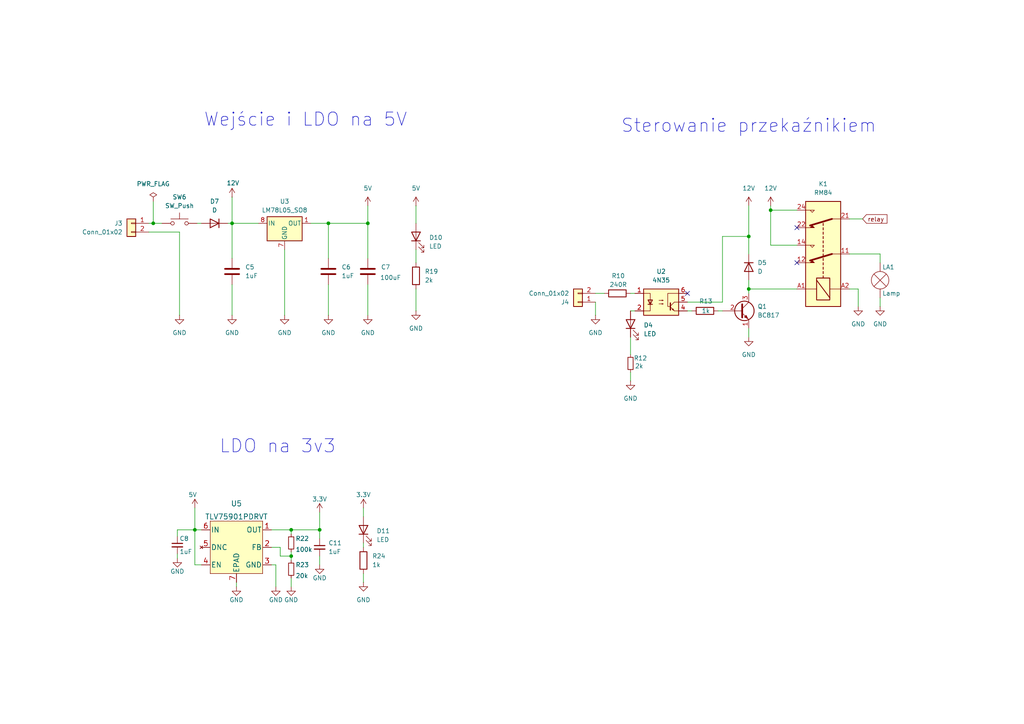
<source format=kicad_sch>
(kicad_sch
	(version 20231120)
	(generator "eeschema")
	(generator_version "8.0")
	(uuid "e00386f8-584c-4fb7-8086-d9a6b1695d50")
	(paper "A4")
	(lib_symbols
		(symbol "Connector_Generic:Conn_01x02"
			(pin_names
				(offset 1.016) hide)
			(exclude_from_sim no)
			(in_bom yes)
			(on_board yes)
			(property "Reference" "J"
				(at 0 2.54 0)
				(effects
					(font
						(size 1.27 1.27)
					)
				)
			)
			(property "Value" "Conn_01x02"
				(at 0 -5.08 0)
				(effects
					(font
						(size 1.27 1.27)
					)
				)
			)
			(property "Footprint" ""
				(at 0 0 0)
				(effects
					(font
						(size 1.27 1.27)
					)
					(hide yes)
				)
			)
			(property "Datasheet" "~"
				(at 0 0 0)
				(effects
					(font
						(size 1.27 1.27)
					)
					(hide yes)
				)
			)
			(property "Description" "Generic connector, single row, 01x02, script generated (kicad-library-utils/schlib/autogen/connector/)"
				(at 0 0 0)
				(effects
					(font
						(size 1.27 1.27)
					)
					(hide yes)
				)
			)
			(property "ki_keywords" "connector"
				(at 0 0 0)
				(effects
					(font
						(size 1.27 1.27)
					)
					(hide yes)
				)
			)
			(property "ki_fp_filters" "Connector*:*_1x??_*"
				(at 0 0 0)
				(effects
					(font
						(size 1.27 1.27)
					)
					(hide yes)
				)
			)
			(symbol "Conn_01x02_1_1"
				(rectangle
					(start -1.27 -2.413)
					(end 0 -2.667)
					(stroke
						(width 0.1524)
						(type default)
					)
					(fill
						(type none)
					)
				)
				(rectangle
					(start -1.27 0.127)
					(end 0 -0.127)
					(stroke
						(width 0.1524)
						(type default)
					)
					(fill
						(type none)
					)
				)
				(rectangle
					(start -1.27 1.27)
					(end 1.27 -3.81)
					(stroke
						(width 0.254)
						(type default)
					)
					(fill
						(type background)
					)
				)
				(pin passive line
					(at -5.08 0 0)
					(length 3.81)
					(name "Pin_1"
						(effects
							(font
								(size 1.27 1.27)
							)
						)
					)
					(number "1"
						(effects
							(font
								(size 1.27 1.27)
							)
						)
					)
				)
				(pin passive line
					(at -5.08 -2.54 0)
					(length 3.81)
					(name "Pin_2"
						(effects
							(font
								(size 1.27 1.27)
							)
						)
					)
					(number "2"
						(effects
							(font
								(size 1.27 1.27)
							)
						)
					)
				)
			)
		)
		(symbol "Device:C"
			(pin_numbers hide)
			(pin_names
				(offset 0.254)
			)
			(exclude_from_sim no)
			(in_bom yes)
			(on_board yes)
			(property "Reference" "C"
				(at 0.635 2.54 0)
				(effects
					(font
						(size 1.27 1.27)
					)
					(justify left)
				)
			)
			(property "Value" "C"
				(at 0.635 -2.54 0)
				(effects
					(font
						(size 1.27 1.27)
					)
					(justify left)
				)
			)
			(property "Footprint" ""
				(at 0.9652 -3.81 0)
				(effects
					(font
						(size 1.27 1.27)
					)
					(hide yes)
				)
			)
			(property "Datasheet" "~"
				(at 0 0 0)
				(effects
					(font
						(size 1.27 1.27)
					)
					(hide yes)
				)
			)
			(property "Description" "Unpolarized capacitor"
				(at 0 0 0)
				(effects
					(font
						(size 1.27 1.27)
					)
					(hide yes)
				)
			)
			(property "ki_keywords" "cap capacitor"
				(at 0 0 0)
				(effects
					(font
						(size 1.27 1.27)
					)
					(hide yes)
				)
			)
			(property "ki_fp_filters" "C_*"
				(at 0 0 0)
				(effects
					(font
						(size 1.27 1.27)
					)
					(hide yes)
				)
			)
			(symbol "C_0_1"
				(polyline
					(pts
						(xy -2.032 -0.762) (xy 2.032 -0.762)
					)
					(stroke
						(width 0.508)
						(type default)
					)
					(fill
						(type none)
					)
				)
				(polyline
					(pts
						(xy -2.032 0.762) (xy 2.032 0.762)
					)
					(stroke
						(width 0.508)
						(type default)
					)
					(fill
						(type none)
					)
				)
			)
			(symbol "C_1_1"
				(pin passive line
					(at 0 3.81 270)
					(length 2.794)
					(name "~"
						(effects
							(font
								(size 1.27 1.27)
							)
						)
					)
					(number "1"
						(effects
							(font
								(size 1.27 1.27)
							)
						)
					)
				)
				(pin passive line
					(at 0 -3.81 90)
					(length 2.794)
					(name "~"
						(effects
							(font
								(size 1.27 1.27)
							)
						)
					)
					(number "2"
						(effects
							(font
								(size 1.27 1.27)
							)
						)
					)
				)
			)
		)
		(symbol "Device:D"
			(pin_numbers hide)
			(pin_names
				(offset 1.016) hide)
			(exclude_from_sim no)
			(in_bom yes)
			(on_board yes)
			(property "Reference" "D"
				(at 0 2.54 0)
				(effects
					(font
						(size 1.27 1.27)
					)
				)
			)
			(property "Value" "D"
				(at 0 -2.54 0)
				(effects
					(font
						(size 1.27 1.27)
					)
				)
			)
			(property "Footprint" ""
				(at 0 0 0)
				(effects
					(font
						(size 1.27 1.27)
					)
					(hide yes)
				)
			)
			(property "Datasheet" "~"
				(at 0 0 0)
				(effects
					(font
						(size 1.27 1.27)
					)
					(hide yes)
				)
			)
			(property "Description" "Diode"
				(at 0 0 0)
				(effects
					(font
						(size 1.27 1.27)
					)
					(hide yes)
				)
			)
			(property "Sim.Device" "D"
				(at 0 0 0)
				(effects
					(font
						(size 1.27 1.27)
					)
					(hide yes)
				)
			)
			(property "Sim.Pins" "1=K 2=A"
				(at 0 0 0)
				(effects
					(font
						(size 1.27 1.27)
					)
					(hide yes)
				)
			)
			(property "ki_keywords" "diode"
				(at 0 0 0)
				(effects
					(font
						(size 1.27 1.27)
					)
					(hide yes)
				)
			)
			(property "ki_fp_filters" "TO-???* *_Diode_* *SingleDiode* D_*"
				(at 0 0 0)
				(effects
					(font
						(size 1.27 1.27)
					)
					(hide yes)
				)
			)
			(symbol "D_0_1"
				(polyline
					(pts
						(xy -1.27 1.27) (xy -1.27 -1.27)
					)
					(stroke
						(width 0.254)
						(type default)
					)
					(fill
						(type none)
					)
				)
				(polyline
					(pts
						(xy 1.27 0) (xy -1.27 0)
					)
					(stroke
						(width 0)
						(type default)
					)
					(fill
						(type none)
					)
				)
				(polyline
					(pts
						(xy 1.27 1.27) (xy 1.27 -1.27) (xy -1.27 0) (xy 1.27 1.27)
					)
					(stroke
						(width 0.254)
						(type default)
					)
					(fill
						(type none)
					)
				)
			)
			(symbol "D_1_1"
				(pin passive line
					(at -3.81 0 0)
					(length 2.54)
					(name "K"
						(effects
							(font
								(size 1.27 1.27)
							)
						)
					)
					(number "1"
						(effects
							(font
								(size 1.27 1.27)
							)
						)
					)
				)
				(pin passive line
					(at 3.81 0 180)
					(length 2.54)
					(name "A"
						(effects
							(font
								(size 1.27 1.27)
							)
						)
					)
					(number "2"
						(effects
							(font
								(size 1.27 1.27)
							)
						)
					)
				)
			)
		)
		(symbol "Device:LED"
			(pin_numbers hide)
			(pin_names
				(offset 1.016) hide)
			(exclude_from_sim no)
			(in_bom yes)
			(on_board yes)
			(property "Reference" "D"
				(at 0 2.54 0)
				(effects
					(font
						(size 1.27 1.27)
					)
				)
			)
			(property "Value" "LED"
				(at 0 -2.54 0)
				(effects
					(font
						(size 1.27 1.27)
					)
				)
			)
			(property "Footprint" ""
				(at 0 0 0)
				(effects
					(font
						(size 1.27 1.27)
					)
					(hide yes)
				)
			)
			(property "Datasheet" "~"
				(at 0 0 0)
				(effects
					(font
						(size 1.27 1.27)
					)
					(hide yes)
				)
			)
			(property "Description" "Light emitting diode"
				(at 0 0 0)
				(effects
					(font
						(size 1.27 1.27)
					)
					(hide yes)
				)
			)
			(property "ki_keywords" "LED diode"
				(at 0 0 0)
				(effects
					(font
						(size 1.27 1.27)
					)
					(hide yes)
				)
			)
			(property "ki_fp_filters" "LED* LED_SMD:* LED_THT:*"
				(at 0 0 0)
				(effects
					(font
						(size 1.27 1.27)
					)
					(hide yes)
				)
			)
			(symbol "LED_0_1"
				(polyline
					(pts
						(xy -1.27 -1.27) (xy -1.27 1.27)
					)
					(stroke
						(width 0.254)
						(type default)
					)
					(fill
						(type none)
					)
				)
				(polyline
					(pts
						(xy -1.27 0) (xy 1.27 0)
					)
					(stroke
						(width 0)
						(type default)
					)
					(fill
						(type none)
					)
				)
				(polyline
					(pts
						(xy 1.27 -1.27) (xy 1.27 1.27) (xy -1.27 0) (xy 1.27 -1.27)
					)
					(stroke
						(width 0.254)
						(type default)
					)
					(fill
						(type none)
					)
				)
				(polyline
					(pts
						(xy -3.048 -0.762) (xy -4.572 -2.286) (xy -3.81 -2.286) (xy -4.572 -2.286) (xy -4.572 -1.524)
					)
					(stroke
						(width 0)
						(type default)
					)
					(fill
						(type none)
					)
				)
				(polyline
					(pts
						(xy -1.778 -0.762) (xy -3.302 -2.286) (xy -2.54 -2.286) (xy -3.302 -2.286) (xy -3.302 -1.524)
					)
					(stroke
						(width 0)
						(type default)
					)
					(fill
						(type none)
					)
				)
			)
			(symbol "LED_1_1"
				(pin passive line
					(at -3.81 0 0)
					(length 2.54)
					(name "K"
						(effects
							(font
								(size 1.27 1.27)
							)
						)
					)
					(number "1"
						(effects
							(font
								(size 1.27 1.27)
							)
						)
					)
				)
				(pin passive line
					(at 3.81 0 180)
					(length 2.54)
					(name "A"
						(effects
							(font
								(size 1.27 1.27)
							)
						)
					)
					(number "2"
						(effects
							(font
								(size 1.27 1.27)
							)
						)
					)
				)
			)
		)
		(symbol "Device:Lamp"
			(pin_numbers hide)
			(pin_names
				(offset 0.0254) hide)
			(exclude_from_sim no)
			(in_bom yes)
			(on_board yes)
			(property "Reference" "LA"
				(at 0.635 3.81 0)
				(effects
					(font
						(size 1.27 1.27)
					)
					(justify left)
				)
			)
			(property "Value" "Lamp"
				(at 0.635 -3.81 0)
				(effects
					(font
						(size 1.27 1.27)
					)
					(justify left)
				)
			)
			(property "Footprint" ""
				(at 0 2.54 90)
				(effects
					(font
						(size 1.27 1.27)
					)
					(hide yes)
				)
			)
			(property "Datasheet" "~"
				(at 0 2.54 90)
				(effects
					(font
						(size 1.27 1.27)
					)
					(hide yes)
				)
			)
			(property "Description" "Lamp"
				(at 0 0 0)
				(effects
					(font
						(size 1.27 1.27)
					)
					(hide yes)
				)
			)
			(property "ki_keywords" "lamp"
				(at 0 0 0)
				(effects
					(font
						(size 1.27 1.27)
					)
					(hide yes)
				)
			)
			(symbol "Lamp_0_1"
				(polyline
					(pts
						(xy -1.778 1.778) (xy 1.778 -1.778)
					)
					(stroke
						(width 0)
						(type default)
					)
					(fill
						(type none)
					)
				)
				(polyline
					(pts
						(xy 1.778 1.778) (xy -1.778 -1.778)
					)
					(stroke
						(width 0)
						(type default)
					)
					(fill
						(type none)
					)
				)
				(circle
					(center 0 0)
					(radius 2.54)
					(stroke
						(width 0)
						(type default)
					)
					(fill
						(type none)
					)
				)
			)
			(symbol "Lamp_1_1"
				(pin passive line
					(at 0 -5.08 90)
					(length 2.54)
					(name "-"
						(effects
							(font
								(size 1.27 1.27)
							)
						)
					)
					(number "1"
						(effects
							(font
								(size 1.27 1.27)
							)
						)
					)
				)
				(pin passive line
					(at 0 5.08 270)
					(length 2.54)
					(name "+"
						(effects
							(font
								(size 1.27 1.27)
							)
						)
					)
					(number "2"
						(effects
							(font
								(size 1.27 1.27)
							)
						)
					)
				)
			)
		)
		(symbol "Isolator:4N35"
			(pin_names
				(offset 1.016)
			)
			(exclude_from_sim no)
			(in_bom yes)
			(on_board yes)
			(property "Reference" "U"
				(at -5.08 5.08 0)
				(effects
					(font
						(size 1.27 1.27)
					)
					(justify left)
				)
			)
			(property "Value" "4N35"
				(at 0 5.08 0)
				(effects
					(font
						(size 1.27 1.27)
					)
					(justify left)
				)
			)
			(property "Footprint" "Package_DIP:DIP-6_W7.62mm"
				(at -5.08 -5.08 0)
				(effects
					(font
						(size 1.27 1.27)
						(italic yes)
					)
					(justify left)
					(hide yes)
				)
			)
			(property "Datasheet" "https://www.vishay.com/docs/81181/4n35.pdf"
				(at 0 0 0)
				(effects
					(font
						(size 1.27 1.27)
					)
					(justify left)
					(hide yes)
				)
			)
			(property "Description" "Optocoupler, Phototransistor Output, with Base Connection, Vce 70V, CTR 100%, Viso 5000V, DIP6"
				(at 0 0 0)
				(effects
					(font
						(size 1.27 1.27)
					)
					(hide yes)
				)
			)
			(property "ki_keywords" "NPN DC Optocoupler Base Connected"
				(at 0 0 0)
				(effects
					(font
						(size 1.27 1.27)
					)
					(hide yes)
				)
			)
			(property "ki_fp_filters" "DIP*W7.62mm*"
				(at 0 0 0)
				(effects
					(font
						(size 1.27 1.27)
					)
					(hide yes)
				)
			)
			(symbol "4N35_0_1"
				(rectangle
					(start -5.08 3.81)
					(end 5.08 -3.81)
					(stroke
						(width 0.254)
						(type default)
					)
					(fill
						(type background)
					)
				)
				(polyline
					(pts
						(xy -3.81 -0.635) (xy -2.54 -0.635)
					)
					(stroke
						(width 0.254)
						(type default)
					)
					(fill
						(type none)
					)
				)
				(polyline
					(pts
						(xy 2.667 -1.397) (xy 3.81 -2.54)
					)
					(stroke
						(width 0)
						(type default)
					)
					(fill
						(type none)
					)
				)
				(polyline
					(pts
						(xy 2.667 -1.143) (xy 3.81 0)
					)
					(stroke
						(width 0)
						(type default)
					)
					(fill
						(type none)
					)
				)
				(polyline
					(pts
						(xy 3.81 -2.54) (xy 5.08 -2.54)
					)
					(stroke
						(width 0)
						(type default)
					)
					(fill
						(type none)
					)
				)
				(polyline
					(pts
						(xy 3.81 0) (xy 5.08 0)
					)
					(stroke
						(width 0)
						(type default)
					)
					(fill
						(type none)
					)
				)
				(polyline
					(pts
						(xy 2.667 -0.254) (xy 2.667 -2.286) (xy 2.667 -2.286)
					)
					(stroke
						(width 0.3556)
						(type default)
					)
					(fill
						(type none)
					)
				)
				(polyline
					(pts
						(xy -5.08 -2.54) (xy -3.175 -2.54) (xy -3.175 2.54) (xy -5.08 2.54)
					)
					(stroke
						(width 0)
						(type default)
					)
					(fill
						(type none)
					)
				)
				(polyline
					(pts
						(xy -3.175 -0.635) (xy -3.81 0.635) (xy -2.54 0.635) (xy -3.175 -0.635)
					)
					(stroke
						(width 0.254)
						(type default)
					)
					(fill
						(type none)
					)
				)
				(polyline
					(pts
						(xy 3.683 -2.413) (xy 3.429 -1.905) (xy 3.175 -2.159) (xy 3.683 -2.413)
					)
					(stroke
						(width 0)
						(type default)
					)
					(fill
						(type none)
					)
				)
				(polyline
					(pts
						(xy 5.08 2.54) (xy 1.905 2.54) (xy 1.905 -1.27) (xy 2.54 -1.27)
					)
					(stroke
						(width 0)
						(type default)
					)
					(fill
						(type none)
					)
				)
				(polyline
					(pts
						(xy -0.635 -0.508) (xy 0.635 -0.508) (xy 0.254 -0.635) (xy 0.254 -0.381) (xy 0.635 -0.508)
					)
					(stroke
						(width 0)
						(type default)
					)
					(fill
						(type none)
					)
				)
				(polyline
					(pts
						(xy -0.635 0.508) (xy 0.635 0.508) (xy 0.254 0.381) (xy 0.254 0.635) (xy 0.635 0.508)
					)
					(stroke
						(width 0)
						(type default)
					)
					(fill
						(type none)
					)
				)
			)
			(symbol "4N35_1_1"
				(pin passive line
					(at -7.62 2.54 0)
					(length 2.54)
					(name "~"
						(effects
							(font
								(size 1.27 1.27)
							)
						)
					)
					(number "1"
						(effects
							(font
								(size 1.27 1.27)
							)
						)
					)
				)
				(pin passive line
					(at -7.62 -2.54 0)
					(length 2.54)
					(name "~"
						(effects
							(font
								(size 1.27 1.27)
							)
						)
					)
					(number "2"
						(effects
							(font
								(size 1.27 1.27)
							)
						)
					)
				)
				(pin no_connect line
					(at -5.08 0 0)
					(length 2.54) hide
					(name "NC"
						(effects
							(font
								(size 1.27 1.27)
							)
						)
					)
					(number "3"
						(effects
							(font
								(size 1.27 1.27)
							)
						)
					)
				)
				(pin passive line
					(at 7.62 -2.54 180)
					(length 2.54)
					(name "~"
						(effects
							(font
								(size 1.27 1.27)
							)
						)
					)
					(number "4"
						(effects
							(font
								(size 1.27 1.27)
							)
						)
					)
				)
				(pin passive line
					(at 7.62 0 180)
					(length 2.54)
					(name "~"
						(effects
							(font
								(size 1.27 1.27)
							)
						)
					)
					(number "5"
						(effects
							(font
								(size 1.27 1.27)
							)
						)
					)
				)
				(pin passive line
					(at 7.62 2.54 180)
					(length 2.54)
					(name "~"
						(effects
							(font
								(size 1.27 1.27)
							)
						)
					)
					(number "6"
						(effects
							(font
								(size 1.27 1.27)
							)
						)
					)
				)
			)
		)
		(symbol "PUTRocketLab_IC:TLV75901PDRVT"
			(pin_names
				(offset 0.254)
			)
			(exclude_from_sim no)
			(in_bom yes)
			(on_board yes)
			(property "Reference" "U"
				(at -6.35 13.97 0)
				(effects
					(font
						(size 1.524 1.524)
					)
				)
			)
			(property "Value" "TLV75901PDRVT"
				(at 1.27 11.43 0)
				(effects
					(font
						(size 1.524 1.524)
					)
				)
			)
			(property "Footprint" "DRV6_1X1P6_TEX"
				(at 1.27 8.89 0)
				(effects
					(font
						(size 1.524 1.524)
					)
					(hide yes)
				)
			)
			(property "Datasheet" ""
				(at -15.24 10.16 0)
				(effects
					(font
						(size 1.524 1.524)
					)
				)
			)
			(property "Description" ""
				(at 0 0 0)
				(effects
					(font
						(size 1.27 1.27)
					)
					(hide yes)
				)
			)
			(property "ki_locked" ""
				(at 0 0 0)
				(effects
					(font
						(size 1.27 1.27)
					)
				)
			)
			(property "ki_fp_filters" "DRV6_1X1P6_TEX"
				(at 0 0 0)
				(effects
					(font
						(size 1.27 1.27)
					)
					(hide yes)
				)
			)
			(symbol "TLV75901PDRVT_1_1"
				(rectangle
					(start -7.62 -7.62)
					(end 7.62 7.62)
					(stroke
						(width 0)
						(type default)
					)
					(fill
						(type background)
					)
				)
				(pin power_out line
					(at -10.16 5.08 0)
					(length 2.54)
					(name "OUT"
						(effects
							(font
								(size 1.4986 1.4986)
							)
						)
					)
					(number "1"
						(effects
							(font
								(size 1.4986 1.4986)
							)
						)
					)
				)
				(pin input line
					(at -10.16 0 0)
					(length 2.54)
					(name "FB"
						(effects
							(font
								(size 1.4986 1.4986)
							)
						)
					)
					(number "2"
						(effects
							(font
								(size 1.4986 1.4986)
							)
						)
					)
				)
				(pin power_in line
					(at -10.16 -5.08 0)
					(length 2.54)
					(name "GND"
						(effects
							(font
								(size 1.4986 1.4986)
							)
						)
					)
					(number "3"
						(effects
							(font
								(size 1.4986 1.4986)
							)
						)
					)
				)
				(pin input line
					(at 10.16 -5.08 180)
					(length 2.54)
					(name "EN"
						(effects
							(font
								(size 1.4986 1.4986)
							)
						)
					)
					(number "4"
						(effects
							(font
								(size 1.4986 1.4986)
							)
						)
					)
				)
				(pin no_connect line
					(at 10.16 0 180)
					(length 2.54)
					(name "DNC"
						(effects
							(font
								(size 1.4986 1.4986)
							)
						)
					)
					(number "5"
						(effects
							(font
								(size 1.4986 1.4986)
							)
						)
					)
				)
				(pin power_in line
					(at 10.16 5.08 180)
					(length 2.54)
					(name "IN"
						(effects
							(font
								(size 1.4986 1.4986)
							)
						)
					)
					(number "6"
						(effects
							(font
								(size 1.4986 1.4986)
							)
						)
					)
				)
				(pin passive line
					(at 0 -10.16 90)
					(length 2.54)
					(name "EPAD"
						(effects
							(font
								(size 1.4986 1.4986)
							)
						)
					)
					(number "7"
						(effects
							(font
								(size 1.4986 1.4986)
							)
						)
					)
				)
			)
		)
		(symbol "PUTRocketLab_power:+3V3"
			(power)
			(pin_names
				(offset 0)
			)
			(exclude_from_sim no)
			(in_bom yes)
			(on_board yes)
			(property "Reference" "#PWR"
				(at 0 -3.81 0)
				(effects
					(font
						(size 1.27 1.27)
					)
					(hide yes)
				)
			)
			(property "Value" "+3V3"
				(at 0 3.556 0)
				(effects
					(font
						(size 1.27 1.27)
					)
				)
			)
			(property "Footprint" ""
				(at 0 0 0)
				(effects
					(font
						(size 1.27 1.27)
					)
					(hide yes)
				)
			)
			(property "Datasheet" ""
				(at 0 0 0)
				(effects
					(font
						(size 1.27 1.27)
					)
					(hide yes)
				)
			)
			(property "Description" "Power symbol creates a global label with name \"+3V3\""
				(at 0 0 0)
				(effects
					(font
						(size 1.27 1.27)
					)
					(hide yes)
				)
			)
			(property "ki_keywords" "power-flag"
				(at 0 0 0)
				(effects
					(font
						(size 1.27 1.27)
					)
					(hide yes)
				)
			)
			(symbol "+3V3_0_1"
				(polyline
					(pts
						(xy -0.762 1.27) (xy 0 2.54)
					)
					(stroke
						(width 0)
						(type default)
					)
					(fill
						(type none)
					)
				)
				(polyline
					(pts
						(xy 0 0) (xy 0 2.54)
					)
					(stroke
						(width 0)
						(type default)
					)
					(fill
						(type none)
					)
				)
				(polyline
					(pts
						(xy 0 2.54) (xy 0.762 1.27)
					)
					(stroke
						(width 0)
						(type default)
					)
					(fill
						(type none)
					)
				)
			)
			(symbol "+3V3_1_1"
				(pin power_in line
					(at 0 0 90)
					(length 0) hide
					(name "+3V3"
						(effects
							(font
								(size 1.27 1.27)
							)
						)
					)
					(number "1"
						(effects
							(font
								(size 1.27 1.27)
							)
						)
					)
				)
			)
		)
		(symbol "PUTRocketLab_power:GND"
			(power)
			(pin_names
				(offset 0)
			)
			(exclude_from_sim no)
			(in_bom yes)
			(on_board yes)
			(property "Reference" "#PWR"
				(at 0 -6.35 0)
				(effects
					(font
						(size 1.27 1.27)
					)
					(hide yes)
				)
			)
			(property "Value" "GND"
				(at 0 -3.81 0)
				(effects
					(font
						(size 1.27 1.27)
					)
				)
			)
			(property "Footprint" ""
				(at 0 0 0)
				(effects
					(font
						(size 1.27 1.27)
					)
					(hide yes)
				)
			)
			(property "Datasheet" ""
				(at 0 0 0)
				(effects
					(font
						(size 1.27 1.27)
					)
					(hide yes)
				)
			)
			(property "Description" "Power symbol creates a global label with name \"GND\" , ground"
				(at 0 0 0)
				(effects
					(font
						(size 1.27 1.27)
					)
					(hide yes)
				)
			)
			(property "ki_keywords" "power-flag"
				(at 0 0 0)
				(effects
					(font
						(size 1.27 1.27)
					)
					(hide yes)
				)
			)
			(symbol "GND_0_1"
				(polyline
					(pts
						(xy 0 0) (xy 0 -1.27) (xy 1.27 -1.27) (xy 0 -2.54) (xy -1.27 -1.27) (xy 0 -1.27)
					)
					(stroke
						(width 0)
						(type default)
					)
					(fill
						(type none)
					)
				)
			)
			(symbol "GND_1_1"
				(pin power_in line
					(at 0 0 270)
					(length 0) hide
					(name "GND"
						(effects
							(font
								(size 1.27 1.27)
							)
						)
					)
					(number "1"
						(effects
							(font
								(size 1.27 1.27)
							)
						)
					)
				)
			)
		)
		(symbol "PutRocketLab_RCL:C_Small"
			(pin_numbers hide)
			(pin_names
				(offset 0.254) hide)
			(exclude_from_sim no)
			(in_bom yes)
			(on_board yes)
			(property "Reference" "C"
				(at 0.254 1.778 0)
				(effects
					(font
						(size 1.27 1.27)
					)
					(justify left)
				)
			)
			(property "Value" "C_Small"
				(at 0.254 -2.032 0)
				(effects
					(font
						(size 1.27 1.27)
					)
					(justify left)
				)
			)
			(property "Footprint" ""
				(at 0 0 0)
				(effects
					(font
						(size 1.27 1.27)
					)
					(hide yes)
				)
			)
			(property "Datasheet" "~"
				(at 0 0 0)
				(effects
					(font
						(size 1.27 1.27)
					)
					(hide yes)
				)
			)
			(property "Description" "Unpolarized capacitor, small symbol"
				(at 0 0 0)
				(effects
					(font
						(size 1.27 1.27)
					)
					(hide yes)
				)
			)
			(property "ki_keywords" "capacitor cap"
				(at 0 0 0)
				(effects
					(font
						(size 1.27 1.27)
					)
					(hide yes)
				)
			)
			(property "ki_fp_filters" "C_*"
				(at 0 0 0)
				(effects
					(font
						(size 1.27 1.27)
					)
					(hide yes)
				)
			)
			(symbol "C_Small_0_1"
				(polyline
					(pts
						(xy -1.524 -0.508) (xy 1.524 -0.508)
					)
					(stroke
						(width 0.3302)
						(type default)
					)
					(fill
						(type none)
					)
				)
				(polyline
					(pts
						(xy -1.524 0.508) (xy 1.524 0.508)
					)
					(stroke
						(width 0.3048)
						(type default)
					)
					(fill
						(type none)
					)
				)
			)
			(symbol "C_Small_1_1"
				(pin passive line
					(at 0 2.54 270)
					(length 2.032)
					(name "~"
						(effects
							(font
								(size 1.27 1.27)
							)
						)
					)
					(number "1"
						(effects
							(font
								(size 1.27 1.27)
							)
						)
					)
				)
				(pin passive line
					(at 0 -2.54 90)
					(length 2.032)
					(name "~"
						(effects
							(font
								(size 1.27 1.27)
							)
						)
					)
					(number "2"
						(effects
							(font
								(size 1.27 1.27)
							)
						)
					)
				)
			)
		)
		(symbol "PutRocketLab_RCL:R_Small"
			(pin_numbers hide)
			(pin_names
				(offset 0.254) hide)
			(exclude_from_sim no)
			(in_bom yes)
			(on_board yes)
			(property "Reference" "R"
				(at 0.762 0.508 0)
				(effects
					(font
						(size 1.27 1.27)
					)
					(justify left)
				)
			)
			(property "Value" "R_Small"
				(at 0.762 -1.016 0)
				(effects
					(font
						(size 1.27 1.27)
					)
					(justify left)
				)
			)
			(property "Footprint" ""
				(at 0 0 0)
				(effects
					(font
						(size 1.27 1.27)
					)
					(hide yes)
				)
			)
			(property "Datasheet" "~"
				(at 0 0 0)
				(effects
					(font
						(size 1.27 1.27)
					)
					(hide yes)
				)
			)
			(property "Description" "Resistor, small symbol"
				(at 0 0 0)
				(effects
					(font
						(size 1.27 1.27)
					)
					(hide yes)
				)
			)
			(property "ki_keywords" "R resistor"
				(at 0 0 0)
				(effects
					(font
						(size 1.27 1.27)
					)
					(hide yes)
				)
			)
			(property "ki_fp_filters" "R_*"
				(at 0 0 0)
				(effects
					(font
						(size 1.27 1.27)
					)
					(hide yes)
				)
			)
			(symbol "R_Small_0_1"
				(rectangle
					(start -0.762 1.778)
					(end 0.762 -1.778)
					(stroke
						(width 0.2032)
						(type default)
					)
					(fill
						(type none)
					)
				)
			)
			(symbol "R_Small_1_1"
				(pin passive line
					(at 0 2.54 270)
					(length 0.762)
					(name "~"
						(effects
							(font
								(size 1.27 1.27)
							)
						)
					)
					(number "1"
						(effects
							(font
								(size 1.27 1.27)
							)
						)
					)
				)
				(pin passive line
					(at 0 -2.54 90)
					(length 0.762)
					(name "~"
						(effects
							(font
								(size 1.27 1.27)
							)
						)
					)
					(number "2"
						(effects
							(font
								(size 1.27 1.27)
							)
						)
					)
				)
			)
		)
		(symbol "PutRocketLab_RCL:Resistor"
			(pin_numbers hide)
			(pin_names
				(offset 0)
			)
			(exclude_from_sim no)
			(in_bom yes)
			(on_board yes)
			(property "Reference" "R"
				(at 2.032 0 90)
				(effects
					(font
						(size 1.27 1.27)
					)
				)
			)
			(property "Value" "Resistor"
				(at 0 0 90)
				(effects
					(font
						(size 1.27 1.27)
					)
				)
			)
			(property "Footprint" ""
				(at -1.778 0 90)
				(effects
					(font
						(size 1.27 1.27)
					)
					(hide yes)
				)
			)
			(property "Datasheet" "~"
				(at 0 0 0)
				(effects
					(font
						(size 1.27 1.27)
					)
					(hide yes)
				)
			)
			(property "Description" "Resistor"
				(at 0 0 0)
				(effects
					(font
						(size 1.27 1.27)
					)
					(hide yes)
				)
			)
			(property "ki_keywords" "R res resistor"
				(at 0 0 0)
				(effects
					(font
						(size 1.27 1.27)
					)
					(hide yes)
				)
			)
			(property "ki_fp_filters" "R_*"
				(at 0 0 0)
				(effects
					(font
						(size 1.27 1.27)
					)
					(hide yes)
				)
			)
			(symbol "Resistor_0_1"
				(rectangle
					(start -1.016 -2.54)
					(end 1.016 2.54)
					(stroke
						(width 0.254)
						(type default)
					)
					(fill
						(type none)
					)
				)
			)
			(symbol "Resistor_1_1"
				(pin passive line
					(at 0 3.81 270)
					(length 1.27)
					(name "~"
						(effects
							(font
								(size 1.27 1.27)
							)
						)
					)
					(number "1"
						(effects
							(font
								(size 1.27 1.27)
							)
						)
					)
				)
				(pin passive line
					(at 0 -3.81 90)
					(length 1.27)
					(name "~"
						(effects
							(font
								(size 1.27 1.27)
							)
						)
					)
					(number "2"
						(effects
							(font
								(size 1.27 1.27)
							)
						)
					)
				)
			)
		)
		(symbol "Regulator_Linear:LM78L05_SO8"
			(pin_names
				(offset 0.254)
			)
			(exclude_from_sim no)
			(in_bom yes)
			(on_board yes)
			(property "Reference" "U"
				(at -3.81 3.175 0)
				(effects
					(font
						(size 1.27 1.27)
					)
				)
			)
			(property "Value" "LM78L05_SO8"
				(at 0 3.175 0)
				(effects
					(font
						(size 1.27 1.27)
					)
					(justify left)
				)
			)
			(property "Footprint" "Package_SO:SOIC-8_3.9x4.9mm_P1.27mm"
				(at 2.54 5.08 0)
				(effects
					(font
						(size 1.27 1.27)
						(italic yes)
					)
					(hide yes)
				)
			)
			(property "Datasheet" "https://www.onsemi.com/pub/Collateral/MC78L06A-D.pdf"
				(at 5.08 0 0)
				(effects
					(font
						(size 1.27 1.27)
					)
					(hide yes)
				)
			)
			(property "Description" "Positive 100mA 30V Linear Regulator, Fixed Output 5V, SO-8"
				(at 0 0 0)
				(effects
					(font
						(size 1.27 1.27)
					)
					(hide yes)
				)
			)
			(property "ki_keywords" "Voltage Regulator 100mA Positive"
				(at 0 0 0)
				(effects
					(font
						(size 1.27 1.27)
					)
					(hide yes)
				)
			)
			(property "ki_fp_filters" "SOIC*3.9x4.9mm*P1.27mm*"
				(at 0 0 0)
				(effects
					(font
						(size 1.27 1.27)
					)
					(hide yes)
				)
			)
			(symbol "LM78L05_SO8_0_1"
				(rectangle
					(start -5.08 1.905)
					(end 5.08 -5.08)
					(stroke
						(width 0.254)
						(type default)
					)
					(fill
						(type background)
					)
				)
			)
			(symbol "LM78L05_SO8_1_1"
				(pin power_out line
					(at 7.62 0 180)
					(length 2.54)
					(name "OUT"
						(effects
							(font
								(size 1.27 1.27)
							)
						)
					)
					(number "1"
						(effects
							(font
								(size 1.27 1.27)
							)
						)
					)
				)
				(pin passive line
					(at 0 -7.62 90)
					(length 2.54) hide
					(name "GND"
						(effects
							(font
								(size 1.27 1.27)
							)
						)
					)
					(number "2"
						(effects
							(font
								(size 1.27 1.27)
							)
						)
					)
				)
				(pin passive line
					(at 0 -7.62 90)
					(length 2.54) hide
					(name "GND"
						(effects
							(font
								(size 1.27 1.27)
							)
						)
					)
					(number "3"
						(effects
							(font
								(size 1.27 1.27)
							)
						)
					)
				)
				(pin no_connect line
					(at -5.08 -2.54 0)
					(length 2.54) hide
					(name "NC"
						(effects
							(font
								(size 1.27 1.27)
							)
						)
					)
					(number "4"
						(effects
							(font
								(size 1.27 1.27)
							)
						)
					)
				)
				(pin no_connect line
					(at 5.08 -2.54 180)
					(length 2.54) hide
					(name "NC"
						(effects
							(font
								(size 1.27 1.27)
							)
						)
					)
					(number "5"
						(effects
							(font
								(size 1.27 1.27)
							)
						)
					)
				)
				(pin passive line
					(at 0 -7.62 90)
					(length 2.54) hide
					(name "GND"
						(effects
							(font
								(size 1.27 1.27)
							)
						)
					)
					(number "6"
						(effects
							(font
								(size 1.27 1.27)
							)
						)
					)
				)
				(pin power_in line
					(at 0 -7.62 90)
					(length 2.54)
					(name "GND"
						(effects
							(font
								(size 1.27 1.27)
							)
						)
					)
					(number "7"
						(effects
							(font
								(size 1.27 1.27)
							)
						)
					)
				)
				(pin power_in line
					(at -7.62 0 0)
					(length 2.54)
					(name "IN"
						(effects
							(font
								(size 1.27 1.27)
							)
						)
					)
					(number "8"
						(effects
							(font
								(size 1.27 1.27)
							)
						)
					)
				)
			)
		)
		(symbol "Relay:RM84"
			(exclude_from_sim no)
			(in_bom yes)
			(on_board yes)
			(property "Reference" "K"
				(at 16.51 3.81 0)
				(effects
					(font
						(size 1.27 1.27)
					)
					(justify left)
				)
			)
			(property "Value" "RM84"
				(at 16.51 1.27 0)
				(effects
					(font
						(size 1.27 1.27)
					)
					(justify left)
				)
			)
			(property "Footprint" "Relay_THT:Relay_DPDT_Finder_40.52"
				(at 34.29 -0.762 0)
				(effects
					(font
						(size 1.27 1.27)
					)
					(hide yes)
				)
			)
			(property "Datasheet" "http://www.relpol.pl/en/content/download/13766/168095/file/e_RM84.pdf"
				(at 0 0 0)
				(effects
					(font
						(size 1.27 1.27)
					)
					(hide yes)
				)
			)
			(property "Description" "RELPOL Dual Pole Relay, 5mm Pitch, 8A"
				(at 0 0 0)
				(effects
					(font
						(size 1.27 1.27)
					)
					(hide yes)
				)
			)
			(property "ki_keywords" "Dual Pole Relay"
				(at 0 0 0)
				(effects
					(font
						(size 1.27 1.27)
					)
					(hide yes)
				)
			)
			(property "ki_fp_filters" "Relay*DPDT*Finder*40.52*"
				(at 0 0 0)
				(effects
					(font
						(size 1.27 1.27)
					)
					(hide yes)
				)
			)
			(symbol "RM84_0_1"
				(rectangle
					(start -15.24 5.08)
					(end 15.24 -5.08)
					(stroke
						(width 0.254)
						(type default)
					)
					(fill
						(type background)
					)
				)
				(rectangle
					(start -13.335 1.905)
					(end -6.985 -1.905)
					(stroke
						(width 0.254)
						(type default)
					)
					(fill
						(type none)
					)
				)
				(polyline
					(pts
						(xy -12.7 -1.905) (xy -7.62 1.905)
					)
					(stroke
						(width 0.254)
						(type default)
					)
					(fill
						(type none)
					)
				)
				(polyline
					(pts
						(xy -10.16 -5.08) (xy -10.16 -1.905)
					)
					(stroke
						(width 0)
						(type default)
					)
					(fill
						(type none)
					)
				)
				(polyline
					(pts
						(xy -10.16 5.08) (xy -10.16 1.905)
					)
					(stroke
						(width 0)
						(type default)
					)
					(fill
						(type none)
					)
				)
				(polyline
					(pts
						(xy -6.985 0) (xy -6.35 0)
					)
					(stroke
						(width 0.254)
						(type default)
					)
					(fill
						(type none)
					)
				)
				(polyline
					(pts
						(xy -5.715 0) (xy -5.08 0)
					)
					(stroke
						(width 0.254)
						(type default)
					)
					(fill
						(type none)
					)
				)
				(polyline
					(pts
						(xy -4.445 0) (xy -3.81 0)
					)
					(stroke
						(width 0.254)
						(type default)
					)
					(fill
						(type none)
					)
				)
				(polyline
					(pts
						(xy -3.175 0) (xy -2.54 0)
					)
					(stroke
						(width 0.254)
						(type default)
					)
					(fill
						(type none)
					)
				)
				(polyline
					(pts
						(xy -1.905 0) (xy -1.27 0)
					)
					(stroke
						(width 0.254)
						(type default)
					)
					(fill
						(type none)
					)
				)
				(polyline
					(pts
						(xy -0.635 0) (xy 0 0)
					)
					(stroke
						(width 0.254)
						(type default)
					)
					(fill
						(type none)
					)
				)
				(polyline
					(pts
						(xy 0 -2.54) (xy -1.905 3.81)
					)
					(stroke
						(width 0.508)
						(type default)
					)
					(fill
						(type none)
					)
				)
				(polyline
					(pts
						(xy 0 -2.54) (xy 0 -5.08)
					)
					(stroke
						(width 0)
						(type default)
					)
					(fill
						(type none)
					)
				)
				(polyline
					(pts
						(xy 0.635 0) (xy 1.27 0)
					)
					(stroke
						(width 0.254)
						(type default)
					)
					(fill
						(type none)
					)
				)
				(polyline
					(pts
						(xy 1.905 0) (xy 2.54 0)
					)
					(stroke
						(width 0.254)
						(type default)
					)
					(fill
						(type none)
					)
				)
				(polyline
					(pts
						(xy 3.175 0) (xy 3.81 0)
					)
					(stroke
						(width 0.254)
						(type default)
					)
					(fill
						(type none)
					)
				)
				(polyline
					(pts
						(xy 4.445 0) (xy 5.08 0)
					)
					(stroke
						(width 0.254)
						(type default)
					)
					(fill
						(type none)
					)
				)
				(polyline
					(pts
						(xy 5.715 0) (xy 6.35 0)
					)
					(stroke
						(width 0.254)
						(type default)
					)
					(fill
						(type none)
					)
				)
				(polyline
					(pts
						(xy 6.985 0) (xy 7.62 0)
					)
					(stroke
						(width 0.254)
						(type default)
					)
					(fill
						(type none)
					)
				)
				(polyline
					(pts
						(xy 8.255 0) (xy 8.89 0)
					)
					(stroke
						(width 0.254)
						(type default)
					)
					(fill
						(type none)
					)
				)
				(polyline
					(pts
						(xy 10.16 -2.54) (xy 8.255 3.81)
					)
					(stroke
						(width 0.508)
						(type default)
					)
					(fill
						(type none)
					)
				)
				(polyline
					(pts
						(xy 10.16 -2.54) (xy 10.16 -5.08)
					)
					(stroke
						(width 0)
						(type default)
					)
					(fill
						(type none)
					)
				)
				(polyline
					(pts
						(xy -2.54 5.08) (xy -2.54 2.54) (xy -1.905 3.175) (xy -2.54 3.81)
					)
					(stroke
						(width 0)
						(type default)
					)
					(fill
						(type outline)
					)
				)
				(polyline
					(pts
						(xy 2.54 5.08) (xy 2.54 2.54) (xy 1.905 3.175) (xy 2.54 3.81)
					)
					(stroke
						(width 0)
						(type default)
					)
					(fill
						(type none)
					)
				)
				(polyline
					(pts
						(xy 7.62 5.08) (xy 7.62 2.54) (xy 8.255 3.175) (xy 7.62 3.81)
					)
					(stroke
						(width 0)
						(type default)
					)
					(fill
						(type outline)
					)
				)
				(polyline
					(pts
						(xy 12.7 5.08) (xy 12.7 2.54) (xy 12.065 3.175) (xy 12.7 3.81)
					)
					(stroke
						(width 0)
						(type default)
					)
					(fill
						(type none)
					)
				)
			)
			(symbol "RM84_1_1"
				(pin passive line
					(at 0 -7.62 90)
					(length 2.54)
					(name "~"
						(effects
							(font
								(size 1.27 1.27)
							)
						)
					)
					(number "11"
						(effects
							(font
								(size 1.27 1.27)
							)
						)
					)
				)
				(pin passive line
					(at -2.54 7.62 270)
					(length 2.54)
					(name "~"
						(effects
							(font
								(size 1.27 1.27)
							)
						)
					)
					(number "12"
						(effects
							(font
								(size 1.27 1.27)
							)
						)
					)
				)
				(pin passive line
					(at 2.54 7.62 270)
					(length 2.54)
					(name "~"
						(effects
							(font
								(size 1.27 1.27)
							)
						)
					)
					(number "14"
						(effects
							(font
								(size 1.27 1.27)
							)
						)
					)
				)
				(pin passive line
					(at 10.16 -7.62 90)
					(length 2.54)
					(name "~"
						(effects
							(font
								(size 1.27 1.27)
							)
						)
					)
					(number "21"
						(effects
							(font
								(size 1.27 1.27)
							)
						)
					)
				)
				(pin passive line
					(at 7.62 7.62 270)
					(length 2.54)
					(name "~"
						(effects
							(font
								(size 1.27 1.27)
							)
						)
					)
					(number "22"
						(effects
							(font
								(size 1.27 1.27)
							)
						)
					)
				)
				(pin passive line
					(at 12.7 7.62 270)
					(length 2.54)
					(name "~"
						(effects
							(font
								(size 1.27 1.27)
							)
						)
					)
					(number "24"
						(effects
							(font
								(size 1.27 1.27)
							)
						)
					)
				)
				(pin passive line
					(at -10.16 7.62 270)
					(length 2.54)
					(name "~"
						(effects
							(font
								(size 1.27 1.27)
							)
						)
					)
					(number "A1"
						(effects
							(font
								(size 1.27 1.27)
							)
						)
					)
				)
				(pin passive line
					(at -10.16 -7.62 90)
					(length 2.54)
					(name "~"
						(effects
							(font
								(size 1.27 1.27)
							)
						)
					)
					(number "A2"
						(effects
							(font
								(size 1.27 1.27)
							)
						)
					)
				)
			)
		)
		(symbol "Switch:SW_Push"
			(pin_numbers hide)
			(pin_names
				(offset 1.016) hide)
			(exclude_from_sim no)
			(in_bom yes)
			(on_board yes)
			(property "Reference" "SW"
				(at 1.27 2.54 0)
				(effects
					(font
						(size 1.27 1.27)
					)
					(justify left)
				)
			)
			(property "Value" "SW_Push"
				(at 0 -1.524 0)
				(effects
					(font
						(size 1.27 1.27)
					)
				)
			)
			(property "Footprint" ""
				(at 0 5.08 0)
				(effects
					(font
						(size 1.27 1.27)
					)
					(hide yes)
				)
			)
			(property "Datasheet" "~"
				(at 0 5.08 0)
				(effects
					(font
						(size 1.27 1.27)
					)
					(hide yes)
				)
			)
			(property "Description" "Push button switch, generic, two pins"
				(at 0 0 0)
				(effects
					(font
						(size 1.27 1.27)
					)
					(hide yes)
				)
			)
			(property "ki_keywords" "switch normally-open pushbutton push-button"
				(at 0 0 0)
				(effects
					(font
						(size 1.27 1.27)
					)
					(hide yes)
				)
			)
			(symbol "SW_Push_0_1"
				(circle
					(center -2.032 0)
					(radius 0.508)
					(stroke
						(width 0)
						(type default)
					)
					(fill
						(type none)
					)
				)
				(polyline
					(pts
						(xy 0 1.27) (xy 0 3.048)
					)
					(stroke
						(width 0)
						(type default)
					)
					(fill
						(type none)
					)
				)
				(polyline
					(pts
						(xy 2.54 1.27) (xy -2.54 1.27)
					)
					(stroke
						(width 0)
						(type default)
					)
					(fill
						(type none)
					)
				)
				(circle
					(center 2.032 0)
					(radius 0.508)
					(stroke
						(width 0)
						(type default)
					)
					(fill
						(type none)
					)
				)
				(pin passive line
					(at -5.08 0 0)
					(length 2.54)
					(name "1"
						(effects
							(font
								(size 1.27 1.27)
							)
						)
					)
					(number "1"
						(effects
							(font
								(size 1.27 1.27)
							)
						)
					)
				)
				(pin passive line
					(at 5.08 0 180)
					(length 2.54)
					(name "2"
						(effects
							(font
								(size 1.27 1.27)
							)
						)
					)
					(number "2"
						(effects
							(font
								(size 1.27 1.27)
							)
						)
					)
				)
			)
		)
		(symbol "Transistor_BJT:2N2219"
			(pin_names
				(offset 0) hide)
			(exclude_from_sim no)
			(in_bom yes)
			(on_board yes)
			(property "Reference" "Q"
				(at 5.08 1.905 0)
				(effects
					(font
						(size 1.27 1.27)
					)
					(justify left)
				)
			)
			(property "Value" "2N2219"
				(at 5.08 0 0)
				(effects
					(font
						(size 1.27 1.27)
					)
					(justify left)
				)
			)
			(property "Footprint" "Package_TO_SOT_THT:TO-39-3"
				(at 5.08 -1.905 0)
				(effects
					(font
						(size 1.27 1.27)
						(italic yes)
					)
					(justify left)
					(hide yes)
				)
			)
			(property "Datasheet" "http://www.onsemi.com/pub_link/Collateral/2N2219-D.PDF"
				(at 0 0 0)
				(effects
					(font
						(size 1.27 1.27)
					)
					(justify left)
					(hide yes)
				)
			)
			(property "Description" "800mA Ic, 50V Vce, NPN Transistor, TO-39"
				(at 0 0 0)
				(effects
					(font
						(size 1.27 1.27)
					)
					(hide yes)
				)
			)
			(property "ki_keywords" "NPN Transistor"
				(at 0 0 0)
				(effects
					(font
						(size 1.27 1.27)
					)
					(hide yes)
				)
			)
			(property "ki_fp_filters" "TO?39*"
				(at 0 0 0)
				(effects
					(font
						(size 1.27 1.27)
					)
					(hide yes)
				)
			)
			(symbol "2N2219_0_1"
				(polyline
					(pts
						(xy 0.635 0.635) (xy 2.54 2.54)
					)
					(stroke
						(width 0)
						(type default)
					)
					(fill
						(type none)
					)
				)
				(polyline
					(pts
						(xy 0.635 -0.635) (xy 2.54 -2.54) (xy 2.54 -2.54)
					)
					(stroke
						(width 0)
						(type default)
					)
					(fill
						(type none)
					)
				)
				(polyline
					(pts
						(xy 0.635 1.905) (xy 0.635 -1.905) (xy 0.635 -1.905)
					)
					(stroke
						(width 0.508)
						(type default)
					)
					(fill
						(type none)
					)
				)
				(polyline
					(pts
						(xy 1.27 -1.778) (xy 1.778 -1.27) (xy 2.286 -2.286) (xy 1.27 -1.778) (xy 1.27 -1.778)
					)
					(stroke
						(width 0)
						(type default)
					)
					(fill
						(type outline)
					)
				)
				(circle
					(center 1.27 0)
					(radius 2.8194)
					(stroke
						(width 0.254)
						(type default)
					)
					(fill
						(type none)
					)
				)
			)
			(symbol "2N2219_1_1"
				(pin passive line
					(at 2.54 -5.08 90)
					(length 2.54)
					(name "E"
						(effects
							(font
								(size 1.27 1.27)
							)
						)
					)
					(number "1"
						(effects
							(font
								(size 1.27 1.27)
							)
						)
					)
				)
				(pin passive line
					(at -5.08 0 0)
					(length 5.715)
					(name "B"
						(effects
							(font
								(size 1.27 1.27)
							)
						)
					)
					(number "2"
						(effects
							(font
								(size 1.27 1.27)
							)
						)
					)
				)
				(pin passive line
					(at 2.54 5.08 270)
					(length 2.54)
					(name "C"
						(effects
							(font
								(size 1.27 1.27)
							)
						)
					)
					(number "3"
						(effects
							(font
								(size 1.27 1.27)
							)
						)
					)
				)
			)
		)
		(symbol "power:+5V"
			(power)
			(pin_names
				(offset 0)
			)
			(exclude_from_sim no)
			(in_bom yes)
			(on_board yes)
			(property "Reference" "#PWR"
				(at 0 -3.81 0)
				(effects
					(font
						(size 1.27 1.27)
					)
					(hide yes)
				)
			)
			(property "Value" "+5V"
				(at 0 3.556 0)
				(effects
					(font
						(size 1.27 1.27)
					)
				)
			)
			(property "Footprint" ""
				(at 0 0 0)
				(effects
					(font
						(size 1.27 1.27)
					)
					(hide yes)
				)
			)
			(property "Datasheet" ""
				(at 0 0 0)
				(effects
					(font
						(size 1.27 1.27)
					)
					(hide yes)
				)
			)
			(property "Description" "Power symbol creates a global label with name \"+5V\""
				(at 0 0 0)
				(effects
					(font
						(size 1.27 1.27)
					)
					(hide yes)
				)
			)
			(property "ki_keywords" "power-flag"
				(at 0 0 0)
				(effects
					(font
						(size 1.27 1.27)
					)
					(hide yes)
				)
			)
			(symbol "+5V_0_1"
				(polyline
					(pts
						(xy -0.762 1.27) (xy 0 2.54)
					)
					(stroke
						(width 0)
						(type default)
					)
					(fill
						(type none)
					)
				)
				(polyline
					(pts
						(xy 0 0) (xy 0 2.54)
					)
					(stroke
						(width 0)
						(type default)
					)
					(fill
						(type none)
					)
				)
				(polyline
					(pts
						(xy 0 2.54) (xy 0.762 1.27)
					)
					(stroke
						(width 0)
						(type default)
					)
					(fill
						(type none)
					)
				)
			)
			(symbol "+5V_1_1"
				(pin power_in line
					(at 0 0 90)
					(length 0) hide
					(name "+5V"
						(effects
							(font
								(size 1.27 1.27)
							)
						)
					)
					(number "1"
						(effects
							(font
								(size 1.27 1.27)
							)
						)
					)
				)
			)
		)
		(symbol "power:GND"
			(power)
			(pin_numbers hide)
			(pin_names
				(offset 0) hide)
			(exclude_from_sim no)
			(in_bom yes)
			(on_board yes)
			(property "Reference" "#PWR"
				(at 0 -6.35 0)
				(effects
					(font
						(size 1.27 1.27)
					)
					(hide yes)
				)
			)
			(property "Value" "GND"
				(at 0 -3.81 0)
				(effects
					(font
						(size 1.27 1.27)
					)
				)
			)
			(property "Footprint" ""
				(at 0 0 0)
				(effects
					(font
						(size 1.27 1.27)
					)
					(hide yes)
				)
			)
			(property "Datasheet" ""
				(at 0 0 0)
				(effects
					(font
						(size 1.27 1.27)
					)
					(hide yes)
				)
			)
			(property "Description" "Power symbol creates a global label with name \"GND\" , ground"
				(at 0 0 0)
				(effects
					(font
						(size 1.27 1.27)
					)
					(hide yes)
				)
			)
			(property "ki_keywords" "global power"
				(at 0 0 0)
				(effects
					(font
						(size 1.27 1.27)
					)
					(hide yes)
				)
			)
			(symbol "GND_0_1"
				(polyline
					(pts
						(xy 0 0) (xy 0 -1.27) (xy 1.27 -1.27) (xy 0 -2.54) (xy -1.27 -1.27) (xy 0 -1.27)
					)
					(stroke
						(width 0)
						(type default)
					)
					(fill
						(type none)
					)
				)
			)
			(symbol "GND_1_1"
				(pin power_in line
					(at 0 0 270)
					(length 0)
					(name "~"
						(effects
							(font
								(size 1.27 1.27)
							)
						)
					)
					(number "1"
						(effects
							(font
								(size 1.27 1.27)
							)
						)
					)
				)
			)
		)
		(symbol "power:PWR_FLAG"
			(power)
			(pin_numbers hide)
			(pin_names
				(offset 0) hide)
			(exclude_from_sim no)
			(in_bom yes)
			(on_board yes)
			(property "Reference" "#FLG"
				(at 0 1.905 0)
				(effects
					(font
						(size 1.27 1.27)
					)
					(hide yes)
				)
			)
			(property "Value" "PWR_FLAG"
				(at 0 3.81 0)
				(effects
					(font
						(size 1.27 1.27)
					)
				)
			)
			(property "Footprint" ""
				(at 0 0 0)
				(effects
					(font
						(size 1.27 1.27)
					)
					(hide yes)
				)
			)
			(property "Datasheet" "~"
				(at 0 0 0)
				(effects
					(font
						(size 1.27 1.27)
					)
					(hide yes)
				)
			)
			(property "Description" "Special symbol for telling ERC where power comes from"
				(at 0 0 0)
				(effects
					(font
						(size 1.27 1.27)
					)
					(hide yes)
				)
			)
			(property "ki_keywords" "flag power"
				(at 0 0 0)
				(effects
					(font
						(size 1.27 1.27)
					)
					(hide yes)
				)
			)
			(symbol "PWR_FLAG_0_0"
				(pin power_out line
					(at 0 0 90)
					(length 0)
					(name "~"
						(effects
							(font
								(size 1.27 1.27)
							)
						)
					)
					(number "1"
						(effects
							(font
								(size 1.27 1.27)
							)
						)
					)
				)
			)
			(symbol "PWR_FLAG_0_1"
				(polyline
					(pts
						(xy 0 0) (xy 0 1.27) (xy -1.016 1.905) (xy 0 2.54) (xy 1.016 1.905) (xy 0 1.27)
					)
					(stroke
						(width 0)
						(type default)
					)
					(fill
						(type none)
					)
				)
			)
		)
		(symbol "power:VCC"
			(power)
			(pin_numbers hide)
			(pin_names
				(offset 0) hide)
			(exclude_from_sim no)
			(in_bom yes)
			(on_board yes)
			(property "Reference" "#PWR"
				(at 0 -3.81 0)
				(effects
					(font
						(size 1.27 1.27)
					)
					(hide yes)
				)
			)
			(property "Value" "VCC"
				(at 0 3.556 0)
				(effects
					(font
						(size 1.27 1.27)
					)
				)
			)
			(property "Footprint" ""
				(at 0 0 0)
				(effects
					(font
						(size 1.27 1.27)
					)
					(hide yes)
				)
			)
			(property "Datasheet" ""
				(at 0 0 0)
				(effects
					(font
						(size 1.27 1.27)
					)
					(hide yes)
				)
			)
			(property "Description" "Power symbol creates a global label with name \"VCC\""
				(at 0 0 0)
				(effects
					(font
						(size 1.27 1.27)
					)
					(hide yes)
				)
			)
			(property "ki_keywords" "global power"
				(at 0 0 0)
				(effects
					(font
						(size 1.27 1.27)
					)
					(hide yes)
				)
			)
			(symbol "VCC_0_1"
				(polyline
					(pts
						(xy -0.762 1.27) (xy 0 2.54)
					)
					(stroke
						(width 0)
						(type default)
					)
					(fill
						(type none)
					)
				)
				(polyline
					(pts
						(xy 0 0) (xy 0 2.54)
					)
					(stroke
						(width 0)
						(type default)
					)
					(fill
						(type none)
					)
				)
				(polyline
					(pts
						(xy 0 2.54) (xy 0.762 1.27)
					)
					(stroke
						(width 0)
						(type default)
					)
					(fill
						(type none)
					)
				)
			)
			(symbol "VCC_1_1"
				(pin power_in line
					(at 0 0 90)
					(length 0)
					(name "~"
						(effects
							(font
								(size 1.27 1.27)
							)
						)
					)
					(number "1"
						(effects
							(font
								(size 1.27 1.27)
							)
						)
					)
				)
			)
		)
	)
	(junction
		(at 217.17 68.58)
		(diameter 0)
		(color 0 0 0 0)
		(uuid "149550a5-8d87-4fb3-9547-967be9a937e8")
	)
	(junction
		(at 223.52 60.96)
		(diameter 0)
		(color 0 0 0 0)
		(uuid "28765be8-0783-42fd-b8eb-472c7ea77bae")
	)
	(junction
		(at 84.455 161.29)
		(diameter 0)
		(color 0 0 0 0)
		(uuid "31d69527-15ce-4954-8351-c44c533287a2")
	)
	(junction
		(at 106.68 64.77)
		(diameter 0)
		(color 0 0 0 0)
		(uuid "45734241-1112-4e85-a9c5-2c4f284e3200")
	)
	(junction
		(at 95.25 64.77)
		(diameter 0)
		(color 0 0 0 0)
		(uuid "4f30716f-f6f6-4536-a6b4-fc7b0da03060")
	)
	(junction
		(at 92.71 153.67)
		(diameter 0)
		(color 0 0 0 0)
		(uuid "6a539d30-4acc-4da1-a08f-7f8da22215f3")
	)
	(junction
		(at 44.45 64.77)
		(diameter 0)
		(color 0 0 0 0)
		(uuid "6f203a98-00fc-4da6-bcfc-a7e562fbfdae")
	)
	(junction
		(at 84.455 153.67)
		(diameter 0)
		(color 0 0 0 0)
		(uuid "8a3fa380-d72d-4b1e-9f32-066f7a3b8936")
	)
	(junction
		(at 217.17 83.82)
		(diameter 0)
		(color 0 0 0 0)
		(uuid "c8ad2ce5-24f9-407c-9d7e-38d077aa0c6e")
	)
	(junction
		(at 67.31 64.77)
		(diameter 0)
		(color 0 0 0 0)
		(uuid "e69fa433-4540-4638-a8d0-f12a51e27f27")
	)
	(junction
		(at 56.515 153.67)
		(diameter 0)
		(color 0 0 0 0)
		(uuid "f6f2d206-ab14-46ea-927f-e08f1ba49272")
	)
	(no_connect
		(at 231.14 76.2)
		(uuid "2dd2f78d-c475-4b23-af29-d518ff863e05")
	)
	(no_connect
		(at 231.14 66.04)
		(uuid "4c61f6df-25ca-406a-b0b7-61d38c5817c3")
	)
	(no_connect
		(at 199.39 85.09)
		(uuid "cb415af3-e7e6-47f1-9a5d-57b3a0698057")
	)
	(wire
		(pts
			(xy 67.31 82.55) (xy 67.31 91.44)
		)
		(stroke
			(width 0)
			(type default)
		)
		(uuid "012ff55e-579c-4898-a353-973e9d59788a")
	)
	(wire
		(pts
			(xy 172.72 85.09) (xy 175.26 85.09)
		)
		(stroke
			(width 0)
			(type default)
		)
		(uuid "01b2e3f2-15c2-47f2-ae76-8d8e111c4d6c")
	)
	(wire
		(pts
			(xy 51.435 153.67) (xy 56.515 153.67)
		)
		(stroke
			(width 0)
			(type default)
		)
		(uuid "02b8e9f3-0205-4b28-8455-23048256e6e5")
	)
	(wire
		(pts
			(xy 57.15 64.77) (xy 58.42 64.77)
		)
		(stroke
			(width 0)
			(type default)
		)
		(uuid "04bf0273-2ec2-45b7-9fc7-9066049c378a")
	)
	(wire
		(pts
			(xy 95.25 74.93) (xy 95.25 64.77)
		)
		(stroke
			(width 0)
			(type default)
		)
		(uuid "0bb9a499-e77a-4657-87bd-17c1e52fbb62")
	)
	(wire
		(pts
			(xy 105.41 157.48) (xy 105.41 158.75)
		)
		(stroke
			(width 0)
			(type default)
		)
		(uuid "0c8a4d83-4d10-4474-9ce1-cebf5f4da989")
	)
	(wire
		(pts
			(xy 248.92 83.82) (xy 248.92 88.9)
		)
		(stroke
			(width 0)
			(type default)
		)
		(uuid "0cc4acb4-9b32-4867-b6c0-6eeededda747")
	)
	(wire
		(pts
			(xy 246.38 73.66) (xy 255.27 73.66)
		)
		(stroke
			(width 0)
			(type default)
		)
		(uuid "0db55846-6ecd-43a3-a94c-b65a04dcf648")
	)
	(wire
		(pts
			(xy 199.39 90.17) (xy 200.66 90.17)
		)
		(stroke
			(width 0)
			(type default)
		)
		(uuid "0e4bfc5d-6766-46cc-86e5-45dd85c8fa3c")
	)
	(wire
		(pts
			(xy 120.65 59.69) (xy 120.65 64.77)
		)
		(stroke
			(width 0)
			(type default)
		)
		(uuid "109184b3-25ed-4305-a9b0-642902405cd7")
	)
	(wire
		(pts
			(xy 67.31 64.77) (xy 67.31 74.93)
		)
		(stroke
			(width 0)
			(type default)
		)
		(uuid "16dcaa97-66ab-46a1-9fa0-3899f0bb8c47")
	)
	(wire
		(pts
			(xy 82.55 72.39) (xy 82.55 91.44)
		)
		(stroke
			(width 0)
			(type default)
		)
		(uuid "1a660e6b-2ae4-489c-987c-e384831f3d23")
	)
	(wire
		(pts
			(xy 80.01 163.83) (xy 80.01 170.18)
		)
		(stroke
			(width 0)
			(type default)
		)
		(uuid "1a7a0f59-cefd-4762-a58f-68d571ae0e5e")
	)
	(wire
		(pts
			(xy 120.65 72.39) (xy 120.65 76.2)
		)
		(stroke
			(width 0)
			(type default)
		)
		(uuid "2036a9c9-df62-43dd-bef4-195bcbebde90")
	)
	(wire
		(pts
			(xy 84.455 154.94) (xy 84.455 153.67)
		)
		(stroke
			(width 0)
			(type default)
		)
		(uuid "2593f9ce-a5f0-4c38-a50d-d53ebbdc5fdf")
	)
	(wire
		(pts
			(xy 68.58 168.91) (xy 68.58 170.18)
		)
		(stroke
			(width 0)
			(type default)
		)
		(uuid "26de496a-8868-4a6f-a53e-0854476fba77")
	)
	(wire
		(pts
			(xy 92.71 148.59) (xy 92.71 153.67)
		)
		(stroke
			(width 0)
			(type default)
		)
		(uuid "295e07e5-7bab-4051-ae12-17af14a74cab")
	)
	(wire
		(pts
			(xy 217.17 83.82) (xy 217.17 85.09)
		)
		(stroke
			(width 0)
			(type default)
		)
		(uuid "2ec66ae1-8374-4cb8-8cc3-0d880af2f14a")
	)
	(wire
		(pts
			(xy 106.68 59.69) (xy 106.68 64.77)
		)
		(stroke
			(width 0)
			(type default)
		)
		(uuid "33a050bf-bae5-4667-8c5d-bea1d4f4297f")
	)
	(wire
		(pts
			(xy 182.88 102.87) (xy 182.88 97.79)
		)
		(stroke
			(width 0)
			(type default)
		)
		(uuid "34687a77-9602-44f0-9b4f-350e60e17fc2")
	)
	(wire
		(pts
			(xy 84.455 160.02) (xy 84.455 161.29)
		)
		(stroke
			(width 0)
			(type default)
		)
		(uuid "35d4a0ec-55f9-4584-848f-eedbe48ce8ac")
	)
	(wire
		(pts
			(xy 51.435 160.655) (xy 51.435 161.925)
		)
		(stroke
			(width 0)
			(type default)
		)
		(uuid "37aab619-9eb0-4d18-9c43-cf51e605a1c5")
	)
	(wire
		(pts
			(xy 223.52 59.69) (xy 223.52 60.96)
		)
		(stroke
			(width 0)
			(type default)
		)
		(uuid "37bc0dc6-cb05-49fb-bee2-6b373a5388bd")
	)
	(wire
		(pts
			(xy 246.38 83.82) (xy 248.92 83.82)
		)
		(stroke
			(width 0)
			(type default)
		)
		(uuid "37dffce6-eb7c-41d1-9af7-0c45e9ba6e21")
	)
	(wire
		(pts
			(xy 217.17 59.69) (xy 217.17 68.58)
		)
		(stroke
			(width 0)
			(type default)
		)
		(uuid "3f0d4283-b646-4d5c-a737-babf46c822ca")
	)
	(wire
		(pts
			(xy 255.27 86.36) (xy 255.27 88.9)
		)
		(stroke
			(width 0)
			(type default)
		)
		(uuid "410565dd-118f-44ca-8b50-612e3eb39d9c")
	)
	(wire
		(pts
			(xy 106.68 82.55) (xy 106.68 91.44)
		)
		(stroke
			(width 0)
			(type default)
		)
		(uuid "4157e87e-f566-4161-8dbd-17d3b0148b3a")
	)
	(wire
		(pts
			(xy 223.52 60.96) (xy 231.14 60.96)
		)
		(stroke
			(width 0)
			(type default)
		)
		(uuid "45bba8b0-a65a-448b-8b05-77e1a0221d59")
	)
	(wire
		(pts
			(xy 67.31 57.15) (xy 67.31 64.77)
		)
		(stroke
			(width 0)
			(type default)
		)
		(uuid "4844c563-0e80-45b1-873a-83bdbec11ea6")
	)
	(wire
		(pts
			(xy 217.17 68.58) (xy 217.17 73.66)
		)
		(stroke
			(width 0)
			(type default)
		)
		(uuid "4d06730a-1fa6-4d84-b97e-e57b93453ec0")
	)
	(wire
		(pts
			(xy 209.55 68.58) (xy 217.17 68.58)
		)
		(stroke
			(width 0)
			(type default)
		)
		(uuid "55309529-d2bc-4aa3-a2a5-db355a85c239")
	)
	(wire
		(pts
			(xy 56.515 153.67) (xy 58.42 153.67)
		)
		(stroke
			(width 0)
			(type default)
		)
		(uuid "55364e15-0454-4adf-9e71-f875d3da3afc")
	)
	(wire
		(pts
			(xy 43.18 64.77) (xy 44.45 64.77)
		)
		(stroke
			(width 0)
			(type default)
		)
		(uuid "58f4e573-8998-428b-b91b-2c8a8aaee7af")
	)
	(wire
		(pts
			(xy 56.515 163.83) (xy 58.42 163.83)
		)
		(stroke
			(width 0)
			(type default)
		)
		(uuid "5999d814-4a5a-460d-b139-0fa657dcea2d")
	)
	(wire
		(pts
			(xy 44.45 64.77) (xy 46.99 64.77)
		)
		(stroke
			(width 0)
			(type default)
		)
		(uuid "5bfeba11-aba3-498d-971e-0862e5a460f7")
	)
	(wire
		(pts
			(xy 250.19 63.5) (xy 246.38 63.5)
		)
		(stroke
			(width 0)
			(type default)
		)
		(uuid "5e30e72e-76ee-4604-b1f9-13392c30fc77")
	)
	(wire
		(pts
			(xy 208.28 90.17) (xy 209.55 90.17)
		)
		(stroke
			(width 0)
			(type default)
		)
		(uuid "66ce78e7-a370-4b1b-9b84-3eeaa45cb9bd")
	)
	(wire
		(pts
			(xy 43.18 67.31) (xy 52.07 67.31)
		)
		(stroke
			(width 0)
			(type default)
		)
		(uuid "753e8bc4-05eb-408a-aa0a-8f576a1e6c92")
	)
	(wire
		(pts
			(xy 44.45 58.42) (xy 44.45 64.77)
		)
		(stroke
			(width 0)
			(type default)
		)
		(uuid "766ed702-7678-4695-88ec-a6320096849c")
	)
	(wire
		(pts
			(xy 66.04 64.77) (xy 67.31 64.77)
		)
		(stroke
			(width 0)
			(type default)
		)
		(uuid "79bac1c4-438a-417b-bfdc-9ed2848439b7")
	)
	(wire
		(pts
			(xy 209.55 87.63) (xy 209.55 68.58)
		)
		(stroke
			(width 0)
			(type default)
		)
		(uuid "7fb07abe-e994-4721-950c-8e92200375da")
	)
	(wire
		(pts
			(xy 84.455 153.67) (xy 92.71 153.67)
		)
		(stroke
			(width 0)
			(type default)
		)
		(uuid "8088d35c-3c88-4188-92a6-0636ae63458e")
	)
	(wire
		(pts
			(xy 81.28 158.75) (xy 78.74 158.75)
		)
		(stroke
			(width 0)
			(type default)
		)
		(uuid "80b2e81c-1ac3-466a-b7f5-f8fc24548ab8")
	)
	(wire
		(pts
			(xy 81.28 158.75) (xy 81.28 161.29)
		)
		(stroke
			(width 0)
			(type default)
		)
		(uuid "878091dd-8933-43be-bfe0-928bde93e040")
	)
	(wire
		(pts
			(xy 78.74 153.67) (xy 84.455 153.67)
		)
		(stroke
			(width 0)
			(type default)
		)
		(uuid "94faaf92-6f5c-42f6-966c-b10190b6a202")
	)
	(wire
		(pts
			(xy 120.65 83.82) (xy 120.65 90.17)
		)
		(stroke
			(width 0)
			(type default)
		)
		(uuid "967c2e6c-e572-4682-9e35-f0449c8f293a")
	)
	(wire
		(pts
			(xy 182.88 85.09) (xy 184.15 85.09)
		)
		(stroke
			(width 0)
			(type default)
		)
		(uuid "a1235509-4fdd-487f-bd4e-470328091718")
	)
	(wire
		(pts
			(xy 223.52 60.96) (xy 223.52 71.12)
		)
		(stroke
			(width 0)
			(type default)
		)
		(uuid "a140e0c0-583f-4b03-9f85-3796b01a0b11")
	)
	(wire
		(pts
			(xy 105.41 147.32) (xy 105.41 149.86)
		)
		(stroke
			(width 0)
			(type default)
		)
		(uuid "a7636624-63c9-45f2-9c80-aabf818f4d00")
	)
	(wire
		(pts
			(xy 217.17 95.25) (xy 217.17 97.79)
		)
		(stroke
			(width 0)
			(type default)
		)
		(uuid "a7e96b44-35c9-4169-9b4a-e0cc414aa7c0")
	)
	(wire
		(pts
			(xy 84.455 161.29) (xy 84.455 162.56)
		)
		(stroke
			(width 0)
			(type default)
		)
		(uuid "a9c9e20a-b1bf-4661-814f-0c35398d6d08")
	)
	(wire
		(pts
			(xy 84.455 167.64) (xy 84.455 170.18)
		)
		(stroke
			(width 0)
			(type default)
		)
		(uuid "ab8ef578-3939-41ac-b629-631a2486c8d8")
	)
	(wire
		(pts
			(xy 106.68 64.77) (xy 95.25 64.77)
		)
		(stroke
			(width 0)
			(type default)
		)
		(uuid "ac27c2c0-c1f6-4ee7-b492-c98848050369")
	)
	(wire
		(pts
			(xy 184.15 90.17) (xy 182.88 90.17)
		)
		(stroke
			(width 0)
			(type default)
		)
		(uuid "b2c288b6-5294-4754-9a18-c5d8184fe123")
	)
	(wire
		(pts
			(xy 217.17 83.82) (xy 231.14 83.82)
		)
		(stroke
			(width 0)
			(type default)
		)
		(uuid "b4a19b16-5d0a-48ce-81a6-52e4f4020a12")
	)
	(wire
		(pts
			(xy 92.71 161.29) (xy 92.71 163.83)
		)
		(stroke
			(width 0)
			(type default)
		)
		(uuid "ba070908-bfea-427a-af0c-b6273c1272c7")
	)
	(wire
		(pts
			(xy 95.25 82.55) (xy 95.25 91.44)
		)
		(stroke
			(width 0)
			(type default)
		)
		(uuid "bbd20b9e-2246-48e4-a66c-e189ba000886")
	)
	(wire
		(pts
			(xy 223.52 71.12) (xy 231.14 71.12)
		)
		(stroke
			(width 0)
			(type default)
		)
		(uuid "bc80c89a-0022-491f-ba41-0a9931277e01")
	)
	(wire
		(pts
			(xy 105.41 166.37) (xy 105.41 168.91)
		)
		(stroke
			(width 0)
			(type default)
		)
		(uuid "bf24dc61-8bff-4df9-8b70-297f0f895475")
	)
	(wire
		(pts
			(xy 106.68 74.93) (xy 106.68 64.77)
		)
		(stroke
			(width 0)
			(type default)
		)
		(uuid "c1217052-ce60-4e53-ab5d-fbf0500780cb")
	)
	(wire
		(pts
			(xy 172.72 87.63) (xy 172.72 91.44)
		)
		(stroke
			(width 0)
			(type default)
		)
		(uuid "c3b8fb9b-fbd9-4477-a986-a696689df4b8")
	)
	(wire
		(pts
			(xy 199.39 87.63) (xy 209.55 87.63)
		)
		(stroke
			(width 0)
			(type default)
		)
		(uuid "c7dfe0ef-0fd7-4499-86e6-131c5c58a3e2")
	)
	(wire
		(pts
			(xy 56.515 163.83) (xy 56.515 153.67)
		)
		(stroke
			(width 0)
			(type default)
		)
		(uuid "c80b50f8-7478-4615-b5d9-2f377ff7e5a7")
	)
	(wire
		(pts
			(xy 92.71 153.67) (xy 92.71 156.21)
		)
		(stroke
			(width 0)
			(type default)
		)
		(uuid "d2269535-240a-420d-87f5-6c2af0da1925")
	)
	(wire
		(pts
			(xy 51.435 153.67) (xy 51.435 155.575)
		)
		(stroke
			(width 0)
			(type default)
		)
		(uuid "d5a36830-cf6c-4b14-bbca-50f22789889e")
	)
	(wire
		(pts
			(xy 67.31 64.77) (xy 74.93 64.77)
		)
		(stroke
			(width 0)
			(type default)
		)
		(uuid "d9a4bca2-fa76-4432-bb6b-25260de30e83")
	)
	(wire
		(pts
			(xy 95.25 64.77) (xy 90.17 64.77)
		)
		(stroke
			(width 0)
			(type default)
		)
		(uuid "da7fe826-ffcf-4026-9c7d-58115626b54e")
	)
	(wire
		(pts
			(xy 182.88 110.49) (xy 182.88 107.95)
		)
		(stroke
			(width 0)
			(type default)
		)
		(uuid "db739612-f547-4f53-9963-a9c84bfe971e")
	)
	(wire
		(pts
			(xy 56.515 147.32) (xy 56.515 153.67)
		)
		(stroke
			(width 0)
			(type default)
		)
		(uuid "e07c605f-a68b-4a5e-9574-643e3a4d9af0")
	)
	(wire
		(pts
			(xy 217.17 81.28) (xy 217.17 83.82)
		)
		(stroke
			(width 0)
			(type default)
		)
		(uuid "e987f595-b4cc-4836-b2dd-53301021a981")
	)
	(wire
		(pts
			(xy 81.28 161.29) (xy 84.455 161.29)
		)
		(stroke
			(width 0)
			(type default)
		)
		(uuid "f240b17b-0ac4-4ece-afca-faffe8603ec0")
	)
	(wire
		(pts
			(xy 52.07 67.31) (xy 52.07 91.44)
		)
		(stroke
			(width 0)
			(type default)
		)
		(uuid "f478c3af-72a9-4d8a-abb5-87ea913c4e0c")
	)
	(wire
		(pts
			(xy 255.27 73.66) (xy 255.27 76.2)
		)
		(stroke
			(width 0)
			(type default)
		)
		(uuid "f68bbde1-a4aa-4725-82b4-7915cb3b01ca")
	)
	(wire
		(pts
			(xy 80.01 163.83) (xy 78.74 163.83)
		)
		(stroke
			(width 0)
			(type default)
		)
		(uuid "f927cdfe-96d5-44cb-829a-3e569f0e8e5b")
	)
	(text "Sterowanie przekaźnikiem"
		(exclude_from_sim no)
		(at 217.17 36.576 0)
		(effects
			(font
				(size 3.81 3.81)
			)
		)
		(uuid "2fe76129-3296-4f4f-86bd-1c40361f0d98")
	)
	(text "LDO na 3v3\n"
		(exclude_from_sim no)
		(at 80.518 129.54 0)
		(effects
			(font
				(size 3.81 3.81)
			)
		)
		(uuid "9f9d994f-bda1-46e3-af5c-17209ac445c0")
	)
	(text "Wejście i LDO na 5V"
		(exclude_from_sim no)
		(at 88.646 34.798 0)
		(effects
			(font
				(size 3.81 3.81)
			)
		)
		(uuid "ed81f80d-7c30-4874-a01d-5aae297ae7bf")
	)
	(global_label "relay"
		(shape input)
		(at 250.19 63.5 0)
		(fields_autoplaced yes)
		(effects
			(font
				(size 1.27 1.27)
			)
			(justify left)
		)
		(uuid "6817e3ce-f41d-4738-aea0-fda27020de3c")
		(property "Intersheetrefs" "${INTERSHEET_REFS}"
			(at 257.8318 63.5 0)
			(effects
				(font
					(size 1.27 1.27)
				)
				(justify left)
				(hide yes)
			)
		)
	)
	(symbol
		(lib_id "PutRocketLab_RCL:Resistor")
		(at 204.47 90.17 90)
		(unit 1)
		(exclude_from_sim no)
		(in_bom yes)
		(on_board yes)
		(dnp no)
		(uuid "062a8cb9-fa09-4fdc-bdda-c2483b09fa56")
		(property "Reference" "R13"
			(at 204.724 87.376 90)
			(effects
				(font
					(size 1.27 1.27)
				)
			)
		)
		(property "Value" "1k"
			(at 204.724 90.17 90)
			(effects
				(font
					(size 1.27 1.27)
				)
			)
		)
		(property "Footprint" "Resistor_SMD:R_0603_1608Metric_Pad0.98x0.95mm_HandSolder"
			(at 204.47 91.948 90)
			(effects
				(font
					(size 1.27 1.27)
				)
				(hide yes)
			)
		)
		(property "Datasheet" "~"
			(at 204.47 90.17 0)
			(effects
				(font
					(size 1.27 1.27)
				)
				(hide yes)
			)
		)
		(property "Description" "Resistor"
			(at 204.47 90.17 0)
			(effects
				(font
					(size 1.27 1.27)
				)
				(hide yes)
			)
		)
		(pin "2"
			(uuid "ac060d86-c425-41a9-95f4-1d574d528740")
		)
		(pin "1"
			(uuid "9fa82ed9-fea1-43c8-818a-0e600c1d6b14")
		)
		(instances
			(project "ballmill"
				(path "/040b7d3b-2e96-4351-ab43-66f3a28b8f74/1b0a560d-9163-41b8-8d95-20aabab8ef7b"
					(reference "R13")
					(unit 1)
				)
			)
		)
	)
	(symbol
		(lib_id "Device:D")
		(at 217.17 77.47 270)
		(unit 1)
		(exclude_from_sim no)
		(in_bom yes)
		(on_board yes)
		(dnp no)
		(fields_autoplaced yes)
		(uuid "07163c48-19cf-46f3-81da-e125a9b9c79b")
		(property "Reference" "D5"
			(at 219.71 76.1999 90)
			(effects
				(font
					(size 1.27 1.27)
				)
				(justify left)
			)
		)
		(property "Value" "D"
			(at 219.71 78.7399 90)
			(effects
				(font
					(size 1.27 1.27)
				)
				(justify left)
			)
		)
		(property "Footprint" "PUT_RocketLab_other:PinHeader_1x02_P2.54mm_Vertical_led_relayboard_lpbox"
			(at 217.17 77.47 0)
			(effects
				(font
					(size 1.27 1.27)
				)
				(hide yes)
			)
		)
		(property "Datasheet" "~"
			(at 217.17 77.47 0)
			(effects
				(font
					(size 1.27 1.27)
				)
				(hide yes)
			)
		)
		(property "Description" "Diode"
			(at 217.17 77.47 0)
			(effects
				(font
					(size 1.27 1.27)
				)
				(hide yes)
			)
		)
		(property "Sim.Device" "D"
			(at 217.17 77.47 0)
			(effects
				(font
					(size 1.27 1.27)
				)
				(hide yes)
			)
		)
		(property "Sim.Pins" "1=K 2=A"
			(at 217.17 77.47 0)
			(effects
				(font
					(size 1.27 1.27)
				)
				(hide yes)
			)
		)
		(pin "2"
			(uuid "e959d56d-1991-49cc-8625-fe67ca28bbd4")
		)
		(pin "1"
			(uuid "511455cf-a88e-4a79-b97b-1416df0245e8")
		)
		(instances
			(project "ballmill"
				(path "/040b7d3b-2e96-4351-ab43-66f3a28b8f74/1b0a560d-9163-41b8-8d95-20aabab8ef7b"
					(reference "D5")
					(unit 1)
				)
			)
		)
	)
	(symbol
		(lib_id "power:GND")
		(at 255.27 88.9 0)
		(unit 1)
		(exclude_from_sim no)
		(in_bom yes)
		(on_board yes)
		(dnp no)
		(fields_autoplaced yes)
		(uuid "0e450e16-90b6-417f-bdda-b633733b6a8f")
		(property "Reference" "#PWR031"
			(at 255.27 95.25 0)
			(effects
				(font
					(size 1.27 1.27)
				)
				(hide yes)
			)
		)
		(property "Value" "GND"
			(at 255.27 93.98 0)
			(effects
				(font
					(size 1.27 1.27)
				)
			)
		)
		(property "Footprint" ""
			(at 255.27 88.9 0)
			(effects
				(font
					(size 1.27 1.27)
				)
				(hide yes)
			)
		)
		(property "Datasheet" ""
			(at 255.27 88.9 0)
			(effects
				(font
					(size 1.27 1.27)
				)
				(hide yes)
			)
		)
		(property "Description" "Power symbol creates a global label with name \"GND\" , ground"
			(at 255.27 88.9 0)
			(effects
				(font
					(size 1.27 1.27)
				)
				(hide yes)
			)
		)
		(pin "1"
			(uuid "94f13cb5-bf8d-4f41-ab44-6d94447d8c50")
		)
		(instances
			(project "ballmill"
				(path "/040b7d3b-2e96-4351-ab43-66f3a28b8f74/1b0a560d-9163-41b8-8d95-20aabab8ef7b"
					(reference "#PWR031")
					(unit 1)
				)
			)
		)
	)
	(symbol
		(lib_id "power:GND")
		(at 105.41 168.91 0)
		(unit 1)
		(exclude_from_sim no)
		(in_bom yes)
		(on_board yes)
		(dnp no)
		(fields_autoplaced yes)
		(uuid "113ee1c9-ea2b-4079-99ea-20613c4bf546")
		(property "Reference" "#PWR071"
			(at 105.41 175.26 0)
			(effects
				(font
					(size 1.27 1.27)
				)
				(hide yes)
			)
		)
		(property "Value" "GND"
			(at 105.41 173.99 0)
			(effects
				(font
					(size 1.27 1.27)
				)
			)
		)
		(property "Footprint" ""
			(at 105.41 168.91 0)
			(effects
				(font
					(size 1.27 1.27)
				)
				(hide yes)
			)
		)
		(property "Datasheet" ""
			(at 105.41 168.91 0)
			(effects
				(font
					(size 1.27 1.27)
				)
				(hide yes)
			)
		)
		(property "Description" "Power symbol creates a global label with name \"GND\" , ground"
			(at 105.41 168.91 0)
			(effects
				(font
					(size 1.27 1.27)
				)
				(hide yes)
			)
		)
		(pin "1"
			(uuid "032b89a1-8d5f-4b9b-b976-806d307ffafe")
		)
		(instances
			(project "ballmill"
				(path "/040b7d3b-2e96-4351-ab43-66f3a28b8f74/1b0a560d-9163-41b8-8d95-20aabab8ef7b"
					(reference "#PWR071")
					(unit 1)
				)
			)
		)
	)
	(symbol
		(lib_id "power:GND")
		(at 120.65 90.17 0)
		(unit 1)
		(exclude_from_sim no)
		(in_bom yes)
		(on_board yes)
		(dnp no)
		(fields_autoplaced yes)
		(uuid "1528be34-f860-4d10-9cd0-636e116f5f95")
		(property "Reference" "#PWR053"
			(at 120.65 96.52 0)
			(effects
				(font
					(size 1.27 1.27)
				)
				(hide yes)
			)
		)
		(property "Value" "GND"
			(at 120.65 95.25 0)
			(effects
				(font
					(size 1.27 1.27)
				)
			)
		)
		(property "Footprint" ""
			(at 120.65 90.17 0)
			(effects
				(font
					(size 1.27 1.27)
				)
				(hide yes)
			)
		)
		(property "Datasheet" ""
			(at 120.65 90.17 0)
			(effects
				(font
					(size 1.27 1.27)
				)
				(hide yes)
			)
		)
		(property "Description" "Power symbol creates a global label with name \"GND\" , ground"
			(at 120.65 90.17 0)
			(effects
				(font
					(size 1.27 1.27)
				)
				(hide yes)
			)
		)
		(pin "1"
			(uuid "0621d453-37a8-48f9-8679-3b52170a9dcb")
		)
		(instances
			(project "ballmill"
				(path "/040b7d3b-2e96-4351-ab43-66f3a28b8f74/1b0a560d-9163-41b8-8d95-20aabab8ef7b"
					(reference "#PWR053")
					(unit 1)
				)
			)
		)
	)
	(symbol
		(lib_id "PUTRocketLab_power:+3V3")
		(at 105.41 147.32 0)
		(unit 1)
		(exclude_from_sim no)
		(in_bom yes)
		(on_board yes)
		(dnp no)
		(uuid "15d190c7-705e-4531-be09-8c43071d410f")
		(property "Reference" "#PWR065"
			(at 105.41 151.13 0)
			(effects
				(font
					(size 1.27 1.27)
				)
				(hide yes)
			)
		)
		(property "Value" "3.3V"
			(at 105.41 143.51 0)
			(effects
				(font
					(size 1.27 1.27)
				)
			)
		)
		(property "Footprint" ""
			(at 105.41 147.32 0)
			(effects
				(font
					(size 1.27 1.27)
				)
				(hide yes)
			)
		)
		(property "Datasheet" ""
			(at 105.41 147.32 0)
			(effects
				(font
					(size 1.27 1.27)
				)
				(hide yes)
			)
		)
		(property "Description" ""
			(at 105.41 147.32 0)
			(effects
				(font
					(size 1.27 1.27)
				)
				(hide yes)
			)
		)
		(pin "1"
			(uuid "c738ef92-af18-4079-8ec9-e96b1e42cdf6")
		)
		(instances
			(project "ballmill"
				(path "/040b7d3b-2e96-4351-ab43-66f3a28b8f74/1b0a560d-9163-41b8-8d95-20aabab8ef7b"
					(reference "#PWR065")
					(unit 1)
				)
			)
		)
	)
	(symbol
		(lib_id "Connector_Generic:Conn_01x02")
		(at 167.64 87.63 180)
		(unit 1)
		(exclude_from_sim no)
		(in_bom yes)
		(on_board yes)
		(dnp no)
		(uuid "19b055b7-72c6-4eea-8617-b11f091d28c3")
		(property "Reference" "J4"
			(at 165.1 87.6301 0)
			(effects
				(font
					(size 1.27 1.27)
				)
				(justify left)
			)
		)
		(property "Value" "Conn_01x02"
			(at 165.1 85.0901 0)
			(effects
				(font
					(size 1.27 1.27)
				)
				(justify left)
			)
		)
		(property "Footprint" "PUT_RocketLab_other:XY2500R-DS(5.08)-02P"
			(at 167.64 87.63 0)
			(effects
				(font
					(size 1.27 1.27)
				)
				(hide yes)
			)
		)
		(property "Datasheet" "~"
			(at 167.64 87.63 0)
			(effects
				(font
					(size 1.27 1.27)
				)
				(hide yes)
			)
		)
		(property "Description" "Generic connector, single row, 01x02, script generated (kicad-library-utils/schlib/autogen/connector/)"
			(at 167.64 87.63 0)
			(effects
				(font
					(size 1.27 1.27)
				)
				(hide yes)
			)
		)
		(pin "1"
			(uuid "72b23dad-f418-4486-9447-95c174afb08a")
		)
		(pin "2"
			(uuid "a659f556-b10e-4bb1-a189-ed24c1da6d38")
		)
		(instances
			(project "ballmill"
				(path "/040b7d3b-2e96-4351-ab43-66f3a28b8f74/1b0a560d-9163-41b8-8d95-20aabab8ef7b"
					(reference "J4")
					(unit 1)
				)
			)
		)
	)
	(symbol
		(lib_id "PUTRocketLab_power:GND")
		(at 84.455 170.18 0)
		(unit 1)
		(exclude_from_sim no)
		(in_bom yes)
		(on_board yes)
		(dnp no)
		(uuid "1a7ce8ea-fc9c-45bf-aa84-f1b3022c9b06")
		(property "Reference" "#PWR060"
			(at 84.455 176.53 0)
			(effects
				(font
					(size 1.27 1.27)
				)
				(hide yes)
			)
		)
		(property "Value" "GND"
			(at 84.455 173.99 0)
			(effects
				(font
					(size 1.27 1.27)
				)
			)
		)
		(property "Footprint" ""
			(at 84.455 170.18 0)
			(effects
				(font
					(size 1.27 1.27)
				)
				(hide yes)
			)
		)
		(property "Datasheet" ""
			(at 84.455 170.18 0)
			(effects
				(font
					(size 1.27 1.27)
				)
				(hide yes)
			)
		)
		(property "Description" ""
			(at 84.455 170.18 0)
			(effects
				(font
					(size 1.27 1.27)
				)
				(hide yes)
			)
		)
		(pin "1"
			(uuid "a98af6d7-7636-4a26-ae2d-e183bd4c227b")
		)
		(instances
			(project "ballmill"
				(path "/040b7d3b-2e96-4351-ab43-66f3a28b8f74/1b0a560d-9163-41b8-8d95-20aabab8ef7b"
					(reference "#PWR060")
					(unit 1)
				)
			)
		)
	)
	(symbol
		(lib_id "Device:D")
		(at 62.23 64.77 180)
		(unit 1)
		(exclude_from_sim no)
		(in_bom yes)
		(on_board yes)
		(dnp no)
		(fields_autoplaced yes)
		(uuid "1be7385d-ac51-48f0-a34a-d31bc34fcccc")
		(property "Reference" "D7"
			(at 62.23 58.42 0)
			(effects
				(font
					(size 1.27 1.27)
				)
			)
		)
		(property "Value" "D"
			(at 62.23 60.96 0)
			(effects
				(font
					(size 1.27 1.27)
				)
			)
		)
		(property "Footprint" "Diode_SMD:D_0805_2012Metric_Pad1.15x1.40mm_HandSolder"
			(at 62.23 64.77 0)
			(effects
				(font
					(size 1.27 1.27)
				)
				(hide yes)
			)
		)
		(property "Datasheet" "~"
			(at 62.23 64.77 0)
			(effects
				(font
					(size 1.27 1.27)
				)
				(hide yes)
			)
		)
		(property "Description" "Diode"
			(at 62.23 64.77 0)
			(effects
				(font
					(size 1.27 1.27)
				)
				(hide yes)
			)
		)
		(property "Sim.Device" "D"
			(at 62.23 64.77 0)
			(effects
				(font
					(size 1.27 1.27)
				)
				(hide yes)
			)
		)
		(property "Sim.Pins" "1=K 2=A"
			(at 62.23 64.77 0)
			(effects
				(font
					(size 1.27 1.27)
				)
				(hide yes)
			)
		)
		(pin "1"
			(uuid "6a364dc3-415e-4cbc-bb0a-3320c6c6dbe5")
		)
		(pin "2"
			(uuid "9050d0e1-ede2-473e-badd-483e4d89a404")
		)
		(instances
			(project "ballmill"
				(path "/040b7d3b-2e96-4351-ab43-66f3a28b8f74/1b0a560d-9163-41b8-8d95-20aabab8ef7b"
					(reference "D7")
					(unit 1)
				)
			)
		)
	)
	(symbol
		(lib_id "power:VCC")
		(at 223.52 59.69 0)
		(unit 1)
		(exclude_from_sim no)
		(in_bom yes)
		(on_board yes)
		(dnp no)
		(fields_autoplaced yes)
		(uuid "20257e03-ff98-4caa-8a1f-c568ad349929")
		(property "Reference" "#PWR028"
			(at 223.52 63.5 0)
			(effects
				(font
					(size 1.27 1.27)
				)
				(hide yes)
			)
		)
		(property "Value" "12V"
			(at 223.52 54.61 0)
			(effects
				(font
					(size 1.27 1.27)
				)
			)
		)
		(property "Footprint" ""
			(at 223.52 59.69 0)
			(effects
				(font
					(size 1.27 1.27)
				)
				(hide yes)
			)
		)
		(property "Datasheet" ""
			(at 223.52 59.69 0)
			(effects
				(font
					(size 1.27 1.27)
				)
				(hide yes)
			)
		)
		(property "Description" "Power symbol creates a global label with name \"VCC\""
			(at 223.52 59.69 0)
			(effects
				(font
					(size 1.27 1.27)
				)
				(hide yes)
			)
		)
		(pin "1"
			(uuid "d7843d10-50f8-48cd-aa65-7cbc28a607a9")
		)
		(instances
			(project "ballmill"
				(path "/040b7d3b-2e96-4351-ab43-66f3a28b8f74/1b0a560d-9163-41b8-8d95-20aabab8ef7b"
					(reference "#PWR028")
					(unit 1)
				)
			)
		)
	)
	(symbol
		(lib_id "power:VCC")
		(at 67.31 57.15 0)
		(unit 1)
		(exclude_from_sim no)
		(in_bom yes)
		(on_board yes)
		(dnp no)
		(uuid "215cc5d6-d57f-447b-b0c1-28277e7979cd")
		(property "Reference" "#PWR033"
			(at 67.31 60.96 0)
			(effects
				(font
					(size 1.27 1.27)
				)
				(hide yes)
			)
		)
		(property "Value" "12V"
			(at 67.564 53.086 0)
			(effects
				(font
					(size 1.27 1.27)
				)
			)
		)
		(property "Footprint" ""
			(at 67.31 57.15 0)
			(effects
				(font
					(size 1.27 1.27)
				)
				(hide yes)
			)
		)
		(property "Datasheet" ""
			(at 67.31 57.15 0)
			(effects
				(font
					(size 1.27 1.27)
				)
				(hide yes)
			)
		)
		(property "Description" "Power symbol creates a global label with name \"VCC\""
			(at 67.31 57.15 0)
			(effects
				(font
					(size 1.27 1.27)
				)
				(hide yes)
			)
		)
		(pin "1"
			(uuid "bf4ae479-6ab5-48f0-a607-4e0bd74cbfe6")
		)
		(instances
			(project "ballmill"
				(path "/040b7d3b-2e96-4351-ab43-66f3a28b8f74/1b0a560d-9163-41b8-8d95-20aabab8ef7b"
					(reference "#PWR033")
					(unit 1)
				)
			)
		)
	)
	(symbol
		(lib_id "PUTRocketLab_power:+3V3")
		(at 92.71 148.59 0)
		(unit 1)
		(exclude_from_sim no)
		(in_bom yes)
		(on_board yes)
		(dnp no)
		(uuid "279af76b-a4c7-4e8a-b495-9f179a8864fa")
		(property "Reference" "#PWR063"
			(at 92.71 152.4 0)
			(effects
				(font
					(size 1.27 1.27)
				)
				(hide yes)
			)
		)
		(property "Value" "3.3V"
			(at 92.71 144.78 0)
			(effects
				(font
					(size 1.27 1.27)
				)
			)
		)
		(property "Footprint" ""
			(at 92.71 148.59 0)
			(effects
				(font
					(size 1.27 1.27)
				)
				(hide yes)
			)
		)
		(property "Datasheet" ""
			(at 92.71 148.59 0)
			(effects
				(font
					(size 1.27 1.27)
				)
				(hide yes)
			)
		)
		(property "Description" ""
			(at 92.71 148.59 0)
			(effects
				(font
					(size 1.27 1.27)
				)
				(hide yes)
			)
		)
		(pin "1"
			(uuid "a389f899-4d6a-4af4-b7a8-ef561015d0e3")
		)
		(instances
			(project "ballmill"
				(path "/040b7d3b-2e96-4351-ab43-66f3a28b8f74/1b0a560d-9163-41b8-8d95-20aabab8ef7b"
					(reference "#PWR063")
					(unit 1)
				)
			)
		)
	)
	(symbol
		(lib_id "power:VCC")
		(at 106.68 59.69 0)
		(unit 1)
		(exclude_from_sim no)
		(in_bom yes)
		(on_board yes)
		(dnp no)
		(fields_autoplaced yes)
		(uuid "298833d9-e39d-4556-8adb-21ce6892c91e")
		(property "Reference" "#PWR045"
			(at 106.68 63.5 0)
			(effects
				(font
					(size 1.27 1.27)
				)
				(hide yes)
			)
		)
		(property "Value" "5V"
			(at 106.68 54.61 0)
			(effects
				(font
					(size 1.27 1.27)
				)
			)
		)
		(property "Footprint" ""
			(at 106.68 59.69 0)
			(effects
				(font
					(size 1.27 1.27)
				)
				(hide yes)
			)
		)
		(property "Datasheet" ""
			(at 106.68 59.69 0)
			(effects
				(font
					(size 1.27 1.27)
				)
				(hide yes)
			)
		)
		(property "Description" "Power symbol creates a global label with name \"VCC\""
			(at 106.68 59.69 0)
			(effects
				(font
					(size 1.27 1.27)
				)
				(hide yes)
			)
		)
		(pin "1"
			(uuid "9e0135ed-79b6-49ff-ae57-e8bfb8b56a71")
		)
		(instances
			(project "ballmill"
				(path "/040b7d3b-2e96-4351-ab43-66f3a28b8f74/1b0a560d-9163-41b8-8d95-20aabab8ef7b"
					(reference "#PWR045")
					(unit 1)
				)
			)
		)
	)
	(symbol
		(lib_id "power:GND")
		(at 67.31 91.44 0)
		(unit 1)
		(exclude_from_sim no)
		(in_bom yes)
		(on_board yes)
		(dnp no)
		(fields_autoplaced yes)
		(uuid "2f06c42a-d813-4da1-a695-8b76de3284f0")
		(property "Reference" "#PWR034"
			(at 67.31 97.79 0)
			(effects
				(font
					(size 1.27 1.27)
				)
				(hide yes)
			)
		)
		(property "Value" "GND"
			(at 67.31 96.52 0)
			(effects
				(font
					(size 1.27 1.27)
				)
			)
		)
		(property "Footprint" ""
			(at 67.31 91.44 0)
			(effects
				(font
					(size 1.27 1.27)
				)
				(hide yes)
			)
		)
		(property "Datasheet" ""
			(at 67.31 91.44 0)
			(effects
				(font
					(size 1.27 1.27)
				)
				(hide yes)
			)
		)
		(property "Description" "Power symbol creates a global label with name \"GND\" , ground"
			(at 67.31 91.44 0)
			(effects
				(font
					(size 1.27 1.27)
				)
				(hide yes)
			)
		)
		(pin "1"
			(uuid "500c3041-f643-4236-8f5b-6edff2030aa0")
		)
		(instances
			(project "ballmill"
				(path "/040b7d3b-2e96-4351-ab43-66f3a28b8f74/1b0a560d-9163-41b8-8d95-20aabab8ef7b"
					(reference "#PWR034")
					(unit 1)
				)
			)
		)
	)
	(symbol
		(lib_id "power:GND")
		(at 52.07 91.44 0)
		(unit 1)
		(exclude_from_sim no)
		(in_bom yes)
		(on_board yes)
		(dnp no)
		(fields_autoplaced yes)
		(uuid "2fcb4d60-b3a6-4b71-a76a-29b92830d5ff")
		(property "Reference" "#PWR032"
			(at 52.07 97.79 0)
			(effects
				(font
					(size 1.27 1.27)
				)
				(hide yes)
			)
		)
		(property "Value" "GND"
			(at 52.07 96.52 0)
			(effects
				(font
					(size 1.27 1.27)
				)
			)
		)
		(property "Footprint" ""
			(at 52.07 91.44 0)
			(effects
				(font
					(size 1.27 1.27)
				)
				(hide yes)
			)
		)
		(property "Datasheet" ""
			(at 52.07 91.44 0)
			(effects
				(font
					(size 1.27 1.27)
				)
				(hide yes)
			)
		)
		(property "Description" "Power symbol creates a global label with name \"GND\" , ground"
			(at 52.07 91.44 0)
			(effects
				(font
					(size 1.27 1.27)
				)
				(hide yes)
			)
		)
		(pin "1"
			(uuid "02b3e738-b8dc-4c85-b01d-b2749b4946e6")
		)
		(instances
			(project "ballmill"
				(path "/040b7d3b-2e96-4351-ab43-66f3a28b8f74/1b0a560d-9163-41b8-8d95-20aabab8ef7b"
					(reference "#PWR032")
					(unit 1)
				)
			)
		)
	)
	(symbol
		(lib_id "Relay:RM84")
		(at 238.76 73.66 90)
		(unit 1)
		(exclude_from_sim no)
		(in_bom yes)
		(on_board yes)
		(dnp no)
		(fields_autoplaced yes)
		(uuid "38c945df-ddff-455f-aa36-2e3971e9c026")
		(property "Reference" "K1"
			(at 238.76 53.34 90)
			(effects
				(font
					(size 1.27 1.27)
				)
			)
		)
		(property "Value" "RM84"
			(at 238.76 55.88 90)
			(effects
				(font
					(size 1.27 1.27)
				)
			)
		)
		(property "Footprint" "Relay_THT:Relay_DPDT_Finder_40.52"
			(at 239.522 39.37 0)
			(effects
				(font
					(size 1.27 1.27)
				)
				(hide yes)
			)
		)
		(property "Datasheet" "http://www.relpol.pl/en/content/download/13766/168095/file/e_RM84.pdf"
			(at 238.76 73.66 0)
			(effects
				(font
					(size 1.27 1.27)
				)
				(hide yes)
			)
		)
		(property "Description" ""
			(at 238.76 73.66 0)
			(effects
				(font
					(size 1.27 1.27)
				)
				(hide yes)
			)
		)
		(pin "11"
			(uuid "806376e6-56c9-413f-b518-41bbaf361a81")
		)
		(pin "12"
			(uuid "d9c0520f-45d8-4c16-bbde-da984c551723")
		)
		(pin "14"
			(uuid "ba3dfd72-746b-4deb-a602-09c8e85641b3")
		)
		(pin "21"
			(uuid "6d50b327-ab75-4a47-b4fe-3cbed09734e2")
		)
		(pin "22"
			(uuid "f572c5aa-5b15-45bf-b3f4-e7ce87d3695f")
		)
		(pin "24"
			(uuid "f287e17f-40bb-49d0-91da-8e7f9f3a6dbb")
		)
		(pin "A1"
			(uuid "0884d24d-c8e7-4429-8a11-701d0bae3731")
		)
		(pin "A2"
			(uuid "b7be9821-8768-4801-a3a8-6a892b3cbf4b")
		)
		(instances
			(project "ballmill"
				(path "/040b7d3b-2e96-4351-ab43-66f3a28b8f74/1b0a560d-9163-41b8-8d95-20aabab8ef7b"
					(reference "K1")
					(unit 1)
				)
			)
		)
	)
	(symbol
		(lib_id "Device:Lamp")
		(at 255.27 81.28 0)
		(unit 1)
		(exclude_from_sim no)
		(in_bom yes)
		(on_board yes)
		(dnp no)
		(uuid "49a06b27-7a48-4524-8b44-9183d31b6cc3")
		(property "Reference" "LA1"
			(at 255.905 77.47 0)
			(effects
				(font
					(size 1.27 1.27)
				)
				(justify left)
			)
		)
		(property "Value" "Lamp"
			(at 255.905 85.09 0)
			(effects
				(font
					(size 1.27 1.27)
				)
				(justify left)
			)
		)
		(property "Footprint" "PUT_RocketLab_other:PinHeader_1x02_P2.54mm_Vertical_led_relayboard_lpbox"
			(at 255.27 78.74 90)
			(effects
				(font
					(size 1.27 1.27)
				)
				(hide yes)
			)
		)
		(property "Datasheet" "~"
			(at 255.27 78.74 90)
			(effects
				(font
					(size 1.27 1.27)
				)
				(hide yes)
			)
		)
		(property "Description" ""
			(at 255.27 81.28 0)
			(effects
				(font
					(size 1.27 1.27)
				)
				(hide yes)
			)
		)
		(pin "1"
			(uuid "9c7f86db-eac1-4c11-aa86-0b62b74a26a7")
		)
		(pin "2"
			(uuid "f3197b8d-d10e-4d1b-b71a-7b08ce9d4e4c")
		)
		(instances
			(project "ballmill"
				(path "/040b7d3b-2e96-4351-ab43-66f3a28b8f74/1b0a560d-9163-41b8-8d95-20aabab8ef7b"
					(reference "LA1")
					(unit 1)
				)
			)
		)
	)
	(symbol
		(lib_id "PutRocketLab_RCL:Resistor")
		(at 120.65 80.01 0)
		(unit 1)
		(exclude_from_sim no)
		(in_bom yes)
		(on_board yes)
		(dnp no)
		(fields_autoplaced yes)
		(uuid "4b2c0fda-b170-432e-9c1a-28fe2ccb8c66")
		(property "Reference" "R19"
			(at 123.19 78.7399 0)
			(effects
				(font
					(size 1.27 1.27)
				)
				(justify left)
			)
		)
		(property "Value" "2k"
			(at 123.19 81.2799 0)
			(effects
				(font
					(size 1.27 1.27)
				)
				(justify left)
			)
		)
		(property "Footprint" "Resistor_SMD:R_0603_1608Metric_Pad0.98x0.95mm_HandSolder"
			(at 118.872 80.01 90)
			(effects
				(font
					(size 1.27 1.27)
				)
				(hide yes)
			)
		)
		(property "Datasheet" "~"
			(at 120.65 80.01 0)
			(effects
				(font
					(size 1.27 1.27)
				)
				(hide yes)
			)
		)
		(property "Description" "Resistor"
			(at 120.65 80.01 0)
			(effects
				(font
					(size 1.27 1.27)
				)
				(hide yes)
			)
		)
		(pin "2"
			(uuid "5fb38c5d-6b3d-4269-bce8-e44a89e05bb8")
		)
		(pin "1"
			(uuid "b5ce2562-e128-42f9-a383-00c41d727337")
		)
		(instances
			(project "ballmill"
				(path "/040b7d3b-2e96-4351-ab43-66f3a28b8f74/1b0a560d-9163-41b8-8d95-20aabab8ef7b"
					(reference "R19")
					(unit 1)
				)
			)
		)
	)
	(symbol
		(lib_id "power:VCC")
		(at 120.65 59.69 0)
		(unit 1)
		(exclude_from_sim no)
		(in_bom yes)
		(on_board yes)
		(dnp no)
		(fields_autoplaced yes)
		(uuid "4efee6aa-dfc5-4e37-a6cd-def244ac1523")
		(property "Reference" "#PWR052"
			(at 120.65 63.5 0)
			(effects
				(font
					(size 1.27 1.27)
				)
				(hide yes)
			)
		)
		(property "Value" "5V"
			(at 120.65 54.61 0)
			(effects
				(font
					(size 1.27 1.27)
				)
			)
		)
		(property "Footprint" ""
			(at 120.65 59.69 0)
			(effects
				(font
					(size 1.27 1.27)
				)
				(hide yes)
			)
		)
		(property "Datasheet" ""
			(at 120.65 59.69 0)
			(effects
				(font
					(size 1.27 1.27)
				)
				(hide yes)
			)
		)
		(property "Description" "Power symbol creates a global label with name \"VCC\""
			(at 120.65 59.69 0)
			(effects
				(font
					(size 1.27 1.27)
				)
				(hide yes)
			)
		)
		(pin "1"
			(uuid "f6b2df8e-83c5-47e0-93cc-0169b858b81c")
		)
		(instances
			(project "ballmill"
				(path "/040b7d3b-2e96-4351-ab43-66f3a28b8f74/1b0a560d-9163-41b8-8d95-20aabab8ef7b"
					(reference "#PWR052")
					(unit 1)
				)
			)
		)
	)
	(symbol
		(lib_id "Device:C")
		(at 67.31 78.74 0)
		(unit 1)
		(exclude_from_sim no)
		(in_bom yes)
		(on_board yes)
		(dnp no)
		(fields_autoplaced yes)
		(uuid "4fe1066d-f419-4791-8748-fd7d6feea669")
		(property "Reference" "C5"
			(at 71.12 77.4699 0)
			(effects
				(font
					(size 1.27 1.27)
				)
				(justify left)
			)
		)
		(property "Value" "1uF"
			(at 71.12 80.0099 0)
			(effects
				(font
					(size 1.27 1.27)
				)
				(justify left)
			)
		)
		(property "Footprint" "Capacitor_SMD:C_0805_2012Metric_Pad1.18x1.45mm_HandSolder"
			(at 68.2752 82.55 0)
			(effects
				(font
					(size 1.27 1.27)
				)
				(hide yes)
			)
		)
		(property "Datasheet" "~"
			(at 67.31 78.74 0)
			(effects
				(font
					(size 1.27 1.27)
				)
				(hide yes)
			)
		)
		(property "Description" "Unpolarized capacitor"
			(at 67.31 78.74 0)
			(effects
				(font
					(size 1.27 1.27)
				)
				(hide yes)
			)
		)
		(pin "2"
			(uuid "cfa98c16-fdc1-4259-b876-70a1c9ce57bc")
		)
		(pin "1"
			(uuid "33895dc0-c5a5-47ac-9501-b1d67e696bae")
		)
		(instances
			(project "ballmill"
				(path "/040b7d3b-2e96-4351-ab43-66f3a28b8f74/1b0a560d-9163-41b8-8d95-20aabab8ef7b"
					(reference "C5")
					(unit 1)
				)
			)
		)
	)
	(symbol
		(lib_id "Device:LED")
		(at 182.88 93.98 90)
		(unit 1)
		(exclude_from_sim no)
		(in_bom yes)
		(on_board yes)
		(dnp no)
		(fields_autoplaced yes)
		(uuid "52d61494-9ece-4edf-8420-d72b43352d9f")
		(property "Reference" "D4"
			(at 186.69 94.2974 90)
			(effects
				(font
					(size 1.27 1.27)
				)
				(justify right)
			)
		)
		(property "Value" "LED"
			(at 186.69 96.8374 90)
			(effects
				(font
					(size 1.27 1.27)
				)
				(justify right)
			)
		)
		(property "Footprint" "LED_SMD:LED_0805_2012Metric_Pad1.15x1.40mm_HandSolder"
			(at 182.88 93.98 0)
			(effects
				(font
					(size 1.27 1.27)
				)
				(hide yes)
			)
		)
		(property "Datasheet" "~"
			(at 182.88 93.98 0)
			(effects
				(font
					(size 1.27 1.27)
				)
				(hide yes)
			)
		)
		(property "Description" "Light emitting diode"
			(at 182.88 93.98 0)
			(effects
				(font
					(size 1.27 1.27)
				)
				(hide yes)
			)
		)
		(pin "2"
			(uuid "1336a277-a2cb-4425-bb1c-9ba79eca3f3e")
		)
		(pin "1"
			(uuid "49953904-3b5b-4be6-af23-d16cf47e4a6c")
		)
		(instances
			(project "ballmill"
				(path "/040b7d3b-2e96-4351-ab43-66f3a28b8f74/1b0a560d-9163-41b8-8d95-20aabab8ef7b"
					(reference "D4")
					(unit 1)
				)
			)
		)
	)
	(symbol
		(lib_id "power:GND")
		(at 106.68 91.44 0)
		(unit 1)
		(exclude_from_sim no)
		(in_bom yes)
		(on_board yes)
		(dnp no)
		(fields_autoplaced yes)
		(uuid "5c78ee28-9517-4b08-9fc1-7f86d79fad92")
		(property "Reference" "#PWR046"
			(at 106.68 97.79 0)
			(effects
				(font
					(size 1.27 1.27)
				)
				(hide yes)
			)
		)
		(property "Value" "GND"
			(at 106.68 96.52 0)
			(effects
				(font
					(size 1.27 1.27)
				)
			)
		)
		(property "Footprint" ""
			(at 106.68 91.44 0)
			(effects
				(font
					(size 1.27 1.27)
				)
				(hide yes)
			)
		)
		(property "Datasheet" ""
			(at 106.68 91.44 0)
			(effects
				(font
					(size 1.27 1.27)
				)
				(hide yes)
			)
		)
		(property "Description" "Power symbol creates a global label with name \"GND\" , ground"
			(at 106.68 91.44 0)
			(effects
				(font
					(size 1.27 1.27)
				)
				(hide yes)
			)
		)
		(pin "1"
			(uuid "24ccf9f8-c9b2-49f8-af0a-e90745151c61")
		)
		(instances
			(project "ballmill"
				(path "/040b7d3b-2e96-4351-ab43-66f3a28b8f74/1b0a560d-9163-41b8-8d95-20aabab8ef7b"
					(reference "#PWR046")
					(unit 1)
				)
			)
		)
	)
	(symbol
		(lib_id "power:GND")
		(at 95.25 91.44 0)
		(unit 1)
		(exclude_from_sim no)
		(in_bom yes)
		(on_board yes)
		(dnp no)
		(fields_autoplaced yes)
		(uuid "5e876137-df14-46e6-878e-15caad7e4cba")
		(property "Reference" "#PWR044"
			(at 95.25 97.79 0)
			(effects
				(font
					(size 1.27 1.27)
				)
				(hide yes)
			)
		)
		(property "Value" "GND"
			(at 95.25 96.52 0)
			(effects
				(font
					(size 1.27 1.27)
				)
			)
		)
		(property "Footprint" ""
			(at 95.25 91.44 0)
			(effects
				(font
					(size 1.27 1.27)
				)
				(hide yes)
			)
		)
		(property "Datasheet" ""
			(at 95.25 91.44 0)
			(effects
				(font
					(size 1.27 1.27)
				)
				(hide yes)
			)
		)
		(property "Description" "Power symbol creates a global label with name \"GND\" , ground"
			(at 95.25 91.44 0)
			(effects
				(font
					(size 1.27 1.27)
				)
				(hide yes)
			)
		)
		(pin "1"
			(uuid "e9df1f52-7467-4942-87ad-90a0c37a57fb")
		)
		(instances
			(project "ballmill"
				(path "/040b7d3b-2e96-4351-ab43-66f3a28b8f74/1b0a560d-9163-41b8-8d95-20aabab8ef7b"
					(reference "#PWR044")
					(unit 1)
				)
			)
		)
	)
	(symbol
		(lib_id "PutRocketLab_RCL:C_Small")
		(at 51.435 158.115 0)
		(unit 1)
		(exclude_from_sim no)
		(in_bom yes)
		(on_board yes)
		(dnp no)
		(uuid "61b82e63-e0b6-42ad-959c-f4fe3de4955d")
		(property "Reference" "C8"
			(at 52.07 156.21 0)
			(effects
				(font
					(size 1.27 1.27)
				)
				(justify left)
			)
		)
		(property "Value" "1uF"
			(at 52.07 160.02 0)
			(effects
				(font
					(size 1.27 1.27)
				)
				(justify left)
			)
		)
		(property "Footprint" "Capacitor_SMD:C_0805_2012Metric_Pad1.18x1.45mm_HandSolder"
			(at 51.435 158.115 0)
			(effects
				(font
					(size 1.27 1.27)
				)
				(hide yes)
			)
		)
		(property "Datasheet" "~"
			(at 51.435 158.115 0)
			(effects
				(font
					(size 1.27 1.27)
				)
				(hide yes)
			)
		)
		(property "Description" ""
			(at 51.435 158.115 0)
			(effects
				(font
					(size 1.27 1.27)
				)
				(hide yes)
			)
		)
		(pin "1"
			(uuid "abed3835-e1ce-4797-b19a-14d982154350")
		)
		(pin "2"
			(uuid "8f5b8dd5-fabb-4db4-af3d-be23a0d2783c")
		)
		(instances
			(project "ballmill"
				(path "/040b7d3b-2e96-4351-ab43-66f3a28b8f74/1b0a560d-9163-41b8-8d95-20aabab8ef7b"
					(reference "C8")
					(unit 1)
				)
			)
		)
	)
	(symbol
		(lib_id "Isolator:4N35")
		(at 191.77 87.63 0)
		(unit 1)
		(exclude_from_sim no)
		(in_bom yes)
		(on_board yes)
		(dnp no)
		(fields_autoplaced yes)
		(uuid "61fe111d-b0d5-44b1-84bc-b4210f3c683b")
		(property "Reference" "U2"
			(at 191.77 78.74 0)
			(effects
				(font
					(size 1.27 1.27)
				)
			)
		)
		(property "Value" "4N35"
			(at 191.77 81.28 0)
			(effects
				(font
					(size 1.27 1.27)
				)
			)
		)
		(property "Footprint" "Package_DIP:DIP-6_W7.62mm"
			(at 186.69 92.71 0)
			(effects
				(font
					(size 1.27 1.27)
					(italic yes)
				)
				(justify left)
				(hide yes)
			)
		)
		(property "Datasheet" "https://www.vishay.com/docs/81181/4n35.pdf"
			(at 191.77 87.63 0)
			(effects
				(font
					(size 1.27 1.27)
				)
				(justify left)
				(hide yes)
			)
		)
		(property "Description" "Optocoupler, Phototransistor Output, with Base Connection, Vce 70V, CTR 100%, Viso 5000V, DIP6"
			(at 191.77 87.63 0)
			(effects
				(font
					(size 1.27 1.27)
				)
				(hide yes)
			)
		)
		(pin "4"
			(uuid "2b2a3362-57ed-459b-ab4a-48fb2ce58a7b")
		)
		(pin "6"
			(uuid "5bfccda1-af75-4438-969b-cdcd4a0631e6")
		)
		(pin "2"
			(uuid "149e585f-ae32-4da6-a495-37b6248803e8")
		)
		(pin "1"
			(uuid "1edb5248-2bb7-4306-90d7-058ff128dee2")
		)
		(pin "3"
			(uuid "800e212f-b0d5-4785-a5b7-bb23f8970db8")
		)
		(pin "5"
			(uuid "087ac390-5930-4207-b957-be4c75b4af90")
		)
		(instances
			(project "ballmill"
				(path "/040b7d3b-2e96-4351-ab43-66f3a28b8f74/1b0a560d-9163-41b8-8d95-20aabab8ef7b"
					(reference "U2")
					(unit 1)
				)
			)
		)
	)
	(symbol
		(lib_id "Device:C")
		(at 95.25 78.74 0)
		(unit 1)
		(exclude_from_sim no)
		(in_bom yes)
		(on_board yes)
		(dnp no)
		(fields_autoplaced yes)
		(uuid "6b5a1762-1c72-49ac-a977-9e76a458bc84")
		(property "Reference" "C6"
			(at 99.06 77.4699 0)
			(effects
				(font
					(size 1.27 1.27)
				)
				(justify left)
			)
		)
		(property "Value" "1uF"
			(at 99.06 80.0099 0)
			(effects
				(font
					(size 1.27 1.27)
				)
				(justify left)
			)
		)
		(property "Footprint" "Capacitor_SMD:C_0805_2012Metric_Pad1.18x1.45mm_HandSolder"
			(at 96.2152 82.55 0)
			(effects
				(font
					(size 1.27 1.27)
				)
				(hide yes)
			)
		)
		(property "Datasheet" "~"
			(at 95.25 78.74 0)
			(effects
				(font
					(size 1.27 1.27)
				)
				(hide yes)
			)
		)
		(property "Description" "Unpolarized capacitor"
			(at 95.25 78.74 0)
			(effects
				(font
					(size 1.27 1.27)
				)
				(hide yes)
			)
		)
		(pin "2"
			(uuid "e0cf836e-2d7e-4dd0-92bd-b09509dfd7ad")
		)
		(pin "1"
			(uuid "feb0d320-0fe9-4df7-bf96-c7ce0b9188e4")
		)
		(instances
			(project "ballmill"
				(path "/040b7d3b-2e96-4351-ab43-66f3a28b8f74/1b0a560d-9163-41b8-8d95-20aabab8ef7b"
					(reference "C6")
					(unit 1)
				)
			)
		)
	)
	(symbol
		(lib_id "PUTRocketLab_power:GND")
		(at 80.01 170.18 0)
		(unit 1)
		(exclude_from_sim no)
		(in_bom yes)
		(on_board yes)
		(dnp no)
		(uuid "7308ce62-1e87-4102-9497-d5f3ff08c9bf")
		(property "Reference" "#PWR057"
			(at 80.01 176.53 0)
			(effects
				(font
					(size 1.27 1.27)
				)
				(hide yes)
			)
		)
		(property "Value" "GND"
			(at 80.01 173.99 0)
			(effects
				(font
					(size 1.27 1.27)
				)
			)
		)
		(property "Footprint" ""
			(at 80.01 170.18 0)
			(effects
				(font
					(size 1.27 1.27)
				)
				(hide yes)
			)
		)
		(property "Datasheet" ""
			(at 80.01 170.18 0)
			(effects
				(font
					(size 1.27 1.27)
				)
				(hide yes)
			)
		)
		(property "Description" ""
			(at 80.01 170.18 0)
			(effects
				(font
					(size 1.27 1.27)
				)
				(hide yes)
			)
		)
		(pin "1"
			(uuid "ed84d861-fb12-4f9a-95f2-9231d88f0f10")
		)
		(instances
			(project "ballmill"
				(path "/040b7d3b-2e96-4351-ab43-66f3a28b8f74/1b0a560d-9163-41b8-8d95-20aabab8ef7b"
					(reference "#PWR057")
					(unit 1)
				)
			)
		)
	)
	(symbol
		(lib_id "power:GND")
		(at 172.72 91.44 0)
		(unit 1)
		(exclude_from_sim no)
		(in_bom yes)
		(on_board yes)
		(dnp no)
		(fields_autoplaced yes)
		(uuid "759d5a73-ff10-466e-ac0b-3a40831c591f")
		(property "Reference" "#PWR080"
			(at 172.72 97.79 0)
			(effects
				(font
					(size 1.27 1.27)
				)
				(hide yes)
			)
		)
		(property "Value" "GND"
			(at 172.72 96.52 0)
			(effects
				(font
					(size 1.27 1.27)
				)
			)
		)
		(property "Footprint" ""
			(at 172.72 91.44 0)
			(effects
				(font
					(size 1.27 1.27)
				)
				(hide yes)
			)
		)
		(property "Datasheet" ""
			(at 172.72 91.44 0)
			(effects
				(font
					(size 1.27 1.27)
				)
				(hide yes)
			)
		)
		(property "Description" "Power symbol creates a global label with name \"GND\" , ground"
			(at 172.72 91.44 0)
			(effects
				(font
					(size 1.27 1.27)
				)
				(hide yes)
			)
		)
		(pin "1"
			(uuid "559e40ed-eff6-477b-a91f-2662c94abe35")
		)
		(instances
			(project "ballmill"
				(path "/040b7d3b-2e96-4351-ab43-66f3a28b8f74/1b0a560d-9163-41b8-8d95-20aabab8ef7b"
					(reference "#PWR080")
					(unit 1)
				)
			)
		)
	)
	(symbol
		(lib_id "Regulator_Linear:LM78L05_SO8")
		(at 82.55 64.77 0)
		(unit 1)
		(exclude_from_sim no)
		(in_bom yes)
		(on_board yes)
		(dnp no)
		(fields_autoplaced yes)
		(uuid "7833ca11-cabe-44c7-a8a6-5a8e1716767d")
		(property "Reference" "U3"
			(at 82.55 58.42 0)
			(effects
				(font
					(size 1.27 1.27)
				)
			)
		)
		(property "Value" "LM78L05_SO8"
			(at 82.55 60.96 0)
			(effects
				(font
					(size 1.27 1.27)
				)
			)
		)
		(property "Footprint" "Package_SO:SOIC-8_3.9x4.9mm_P1.27mm"
			(at 85.09 59.69 0)
			(effects
				(font
					(size 1.27 1.27)
					(italic yes)
				)
				(hide yes)
			)
		)
		(property "Datasheet" "https://www.onsemi.com/pub/Collateral/MC78L06A-D.pdf"
			(at 87.63 64.77 0)
			(effects
				(font
					(size 1.27 1.27)
				)
				(hide yes)
			)
		)
		(property "Description" "Positive 100mA 30V Linear Regulator, Fixed Output 5V, SO-8"
			(at 82.55 64.77 0)
			(effects
				(font
					(size 1.27 1.27)
				)
				(hide yes)
			)
		)
		(pin "8"
			(uuid "f509976a-70ca-43d3-9050-1e331cf0f0f5")
		)
		(pin "3"
			(uuid "d8289534-e1ef-4f26-8641-f23bc179c990")
		)
		(pin "6"
			(uuid "01c4ee77-ffc2-407d-ab05-39f88eaeda06")
		)
		(pin "5"
			(uuid "1973a8d2-51be-4ac6-a318-d26df3d41b8d")
		)
		(pin "1"
			(uuid "7133c679-ccd0-4674-96b0-b4c0270c44f6")
		)
		(pin "7"
			(uuid "a471c7e4-cab0-42a1-a5f8-f447cece729b")
		)
		(pin "2"
			(uuid "5214f870-644a-4f5f-a344-779df00f0a40")
		)
		(pin "4"
			(uuid "906d539b-c242-48ed-ad14-d92cb59d58a2")
		)
		(instances
			(project "ballmill"
				(path "/040b7d3b-2e96-4351-ab43-66f3a28b8f74/1b0a560d-9163-41b8-8d95-20aabab8ef7b"
					(reference "U3")
					(unit 1)
				)
			)
		)
	)
	(symbol
		(lib_id "PutRocketLab_RCL:R_Small")
		(at 84.455 165.1 0)
		(unit 1)
		(exclude_from_sim no)
		(in_bom yes)
		(on_board yes)
		(dnp no)
		(uuid "823e9e3a-cbab-4143-a14c-27511f57cfd2")
		(property "Reference" "R23"
			(at 85.725 163.83 0)
			(effects
				(font
					(size 1.27 1.27)
				)
				(justify left)
			)
		)
		(property "Value" "20k"
			(at 85.725 167.005 0)
			(effects
				(font
					(size 1.27 1.27)
				)
				(justify left)
			)
		)
		(property "Footprint" "Resistor_SMD:R_0805_2012Metric_Pad1.20x1.40mm_HandSolder"
			(at 84.455 165.1 0)
			(effects
				(font
					(size 1.27 1.27)
				)
				(hide yes)
			)
		)
		(property "Datasheet" "~"
			(at 84.455 165.1 0)
			(effects
				(font
					(size 1.27 1.27)
				)
				(hide yes)
			)
		)
		(property "Description" ""
			(at 84.455 165.1 0)
			(effects
				(font
					(size 1.27 1.27)
				)
				(hide yes)
			)
		)
		(pin "1"
			(uuid "5bb6f3ac-eb3d-4076-9f1b-4703dbdca831")
		)
		(pin "2"
			(uuid "f3c36d41-e5a0-490d-b390-270ac985b733")
		)
		(instances
			(project "ballmill"
				(path "/040b7d3b-2e96-4351-ab43-66f3a28b8f74/1b0a560d-9163-41b8-8d95-20aabab8ef7b"
					(reference "R23")
					(unit 1)
				)
			)
		)
	)
	(symbol
		(lib_id "PutRocketLab_RCL:R_Small")
		(at 84.455 157.48 0)
		(unit 1)
		(exclude_from_sim no)
		(in_bom yes)
		(on_board yes)
		(dnp no)
		(uuid "8be29249-a945-4cb0-95be-60f229136304")
		(property "Reference" "R22"
			(at 85.725 156.21 0)
			(effects
				(font
					(size 1.27 1.27)
				)
				(justify left)
			)
		)
		(property "Value" "100k"
			(at 85.725 159.385 0)
			(effects
				(font
					(size 1.27 1.27)
				)
				(justify left)
			)
		)
		(property "Footprint" "Resistor_SMD:R_0805_2012Metric_Pad1.20x1.40mm_HandSolder"
			(at 84.455 157.48 0)
			(effects
				(font
					(size 1.27 1.27)
				)
				(hide yes)
			)
		)
		(property "Datasheet" "~"
			(at 84.455 157.48 0)
			(effects
				(font
					(size 1.27 1.27)
				)
				(hide yes)
			)
		)
		(property "Description" ""
			(at 84.455 157.48 0)
			(effects
				(font
					(size 1.27 1.27)
				)
				(hide yes)
			)
		)
		(pin "1"
			(uuid "03a1097d-c10b-4915-84f1-172e74ffb39c")
		)
		(pin "2"
			(uuid "bed26456-2ea3-4e17-b1ed-f1e9afef4eeb")
		)
		(instances
			(project "ballmill"
				(path "/040b7d3b-2e96-4351-ab43-66f3a28b8f74/1b0a560d-9163-41b8-8d95-20aabab8ef7b"
					(reference "R22")
					(unit 1)
				)
			)
		)
	)
	(symbol
		(lib_id "PutRocketLab_RCL:R_Small")
		(at 182.88 105.41 0)
		(unit 1)
		(exclude_from_sim no)
		(in_bom yes)
		(on_board yes)
		(dnp no)
		(uuid "91552a8a-89f1-46f8-8c5f-d60d20fb9686")
		(property "Reference" "R12"
			(at 187.706 103.886 0)
			(effects
				(font
					(size 1.27 1.27)
				)
				(justify right)
			)
		)
		(property "Value" "2k"
			(at 184.15 106.172 0)
			(effects
				(font
					(size 1.27 1.27)
				)
				(justify left)
			)
		)
		(property "Footprint" "Resistor_SMD:R_0603_1608Metric_Pad0.98x0.95mm_HandSolder"
			(at 182.88 105.41 0)
			(effects
				(font
					(size 1.27 1.27)
				)
				(hide yes)
			)
		)
		(property "Datasheet" "~"
			(at 182.88 105.41 0)
			(effects
				(font
					(size 1.27 1.27)
				)
				(hide yes)
			)
		)
		(property "Description" ""
			(at 182.88 105.41 0)
			(effects
				(font
					(size 1.27 1.27)
				)
				(hide yes)
			)
		)
		(pin "1"
			(uuid "f22ce0d7-a8ec-429f-b71d-0a2d38045cc4")
		)
		(pin "2"
			(uuid "7d6dc5ba-9471-419b-8b59-8f9ad45d70e0")
		)
		(instances
			(project "ballmill"
				(path "/040b7d3b-2e96-4351-ab43-66f3a28b8f74/1b0a560d-9163-41b8-8d95-20aabab8ef7b"
					(reference "R12")
					(unit 1)
				)
			)
		)
	)
	(symbol
		(lib_id "PUTRocketLab_power:GND")
		(at 92.71 163.83 0)
		(unit 1)
		(exclude_from_sim no)
		(in_bom yes)
		(on_board yes)
		(dnp no)
		(uuid "9889a5d9-75ac-4ef8-a4c4-2cf36dab6bad")
		(property "Reference" "#PWR064"
			(at 92.71 170.18 0)
			(effects
				(font
					(size 1.27 1.27)
				)
				(hide yes)
			)
		)
		(property "Value" "GND"
			(at 92.71 167.64 0)
			(effects
				(font
					(size 1.27 1.27)
				)
			)
		)
		(property "Footprint" ""
			(at 92.71 163.83 0)
			(effects
				(font
					(size 1.27 1.27)
				)
				(hide yes)
			)
		)
		(property "Datasheet" ""
			(at 92.71 163.83 0)
			(effects
				(font
					(size 1.27 1.27)
				)
				(hide yes)
			)
		)
		(property "Description" ""
			(at 92.71 163.83 0)
			(effects
				(font
					(size 1.27 1.27)
				)
				(hide yes)
			)
		)
		(pin "1"
			(uuid "f445195b-dbaf-4c20-a6a0-23237ca85cc8")
		)
		(instances
			(project "ballmill"
				(path "/040b7d3b-2e96-4351-ab43-66f3a28b8f74/1b0a560d-9163-41b8-8d95-20aabab8ef7b"
					(reference "#PWR064")
					(unit 1)
				)
			)
		)
	)
	(symbol
		(lib_id "power:GND")
		(at 217.17 97.79 0)
		(unit 1)
		(exclude_from_sim no)
		(in_bom yes)
		(on_board yes)
		(dnp no)
		(fields_autoplaced yes)
		(uuid "9bccc7a0-6102-4e3a-bb09-dd94ae35526c")
		(property "Reference" "#PWR027"
			(at 217.17 104.14 0)
			(effects
				(font
					(size 1.27 1.27)
				)
				(hide yes)
			)
		)
		(property "Value" "GND"
			(at 217.17 102.87 0)
			(effects
				(font
					(size 1.27 1.27)
				)
			)
		)
		(property "Footprint" ""
			(at 217.17 97.79 0)
			(effects
				(font
					(size 1.27 1.27)
				)
				(hide yes)
			)
		)
		(property "Datasheet" ""
			(at 217.17 97.79 0)
			(effects
				(font
					(size 1.27 1.27)
				)
				(hide yes)
			)
		)
		(property "Description" "Power symbol creates a global label with name \"GND\" , ground"
			(at 217.17 97.79 0)
			(effects
				(font
					(size 1.27 1.27)
				)
				(hide yes)
			)
		)
		(pin "1"
			(uuid "c46de9df-9df5-4b86-a569-324fcc932d0f")
		)
		(instances
			(project "ballmill"
				(path "/040b7d3b-2e96-4351-ab43-66f3a28b8f74/1b0a560d-9163-41b8-8d95-20aabab8ef7b"
					(reference "#PWR027")
					(unit 1)
				)
			)
		)
	)
	(symbol
		(lib_id "Switch:SW_Push")
		(at 52.07 64.77 0)
		(unit 1)
		(exclude_from_sim no)
		(in_bom yes)
		(on_board yes)
		(dnp no)
		(fields_autoplaced yes)
		(uuid "9e09d96e-f3d6-4ed6-a721-a652a265f119")
		(property "Reference" "SW6"
			(at 52.07 57.15 0)
			(effects
				(font
					(size 1.27 1.27)
				)
			)
		)
		(property "Value" "SW_Push"
			(at 52.07 59.69 0)
			(effects
				(font
					(size 1.27 1.27)
				)
			)
		)
		(property "Footprint" "Button_Switch_THT:SW_PUSH_6mm"
			(at 52.07 59.69 0)
			(effects
				(font
					(size 1.27 1.27)
				)
				(hide yes)
			)
		)
		(property "Datasheet" "~"
			(at 52.07 59.69 0)
			(effects
				(font
					(size 1.27 1.27)
				)
				(hide yes)
			)
		)
		(property "Description" "Push button switch, generic, two pins"
			(at 52.07 64.77 0)
			(effects
				(font
					(size 1.27 1.27)
				)
				(hide yes)
			)
		)
		(pin "2"
			(uuid "96ea2f80-b345-41af-b507-71cf1ae1fe0f")
		)
		(pin "1"
			(uuid "a84996bf-8bad-46f8-9cd3-cb282f6b2190")
		)
		(instances
			(project "ballmill"
				(path "/040b7d3b-2e96-4351-ab43-66f3a28b8f74/1b0a560d-9163-41b8-8d95-20aabab8ef7b"
					(reference "SW6")
					(unit 1)
				)
			)
		)
	)
	(symbol
		(lib_id "Device:LED")
		(at 120.65 68.58 90)
		(unit 1)
		(exclude_from_sim no)
		(in_bom yes)
		(on_board yes)
		(dnp no)
		(fields_autoplaced yes)
		(uuid "a0bdb727-eaca-4a78-9e59-423fea8d3683")
		(property "Reference" "D10"
			(at 124.46 68.8974 90)
			(effects
				(font
					(size 1.27 1.27)
				)
				(justify right)
			)
		)
		(property "Value" "LED"
			(at 124.46 71.4374 90)
			(effects
				(font
					(size 1.27 1.27)
				)
				(justify right)
			)
		)
		(property "Footprint" "LED_SMD:LED_0805_2012Metric_Pad1.15x1.40mm_HandSolder"
			(at 120.65 68.58 0)
			(effects
				(font
					(size 1.27 1.27)
				)
				(hide yes)
			)
		)
		(property "Datasheet" "~"
			(at 120.65 68.58 0)
			(effects
				(font
					(size 1.27 1.27)
				)
				(hide yes)
			)
		)
		(property "Description" "Light emitting diode"
			(at 120.65 68.58 0)
			(effects
				(font
					(size 1.27 1.27)
				)
				(hide yes)
			)
		)
		(pin "1"
			(uuid "6966c675-4b09-46c4-8fc2-f478e97d5254")
		)
		(pin "2"
			(uuid "ea7e5370-6f22-4490-ba9c-5b9df4cbc484")
		)
		(instances
			(project "ballmill"
				(path "/040b7d3b-2e96-4351-ab43-66f3a28b8f74/1b0a560d-9163-41b8-8d95-20aabab8ef7b"
					(reference "D10")
					(unit 1)
				)
			)
		)
	)
	(symbol
		(lib_id "PUTRocketLab_power:GND")
		(at 51.435 161.925 0)
		(unit 1)
		(exclude_from_sim no)
		(in_bom yes)
		(on_board yes)
		(dnp no)
		(uuid "ba295a32-fe5a-4657-b44e-d500a9a9255b")
		(property "Reference" "#PWR054"
			(at 51.435 168.275 0)
			(effects
				(font
					(size 1.27 1.27)
				)
				(hide yes)
			)
		)
		(property "Value" "GND"
			(at 51.435 165.735 0)
			(effects
				(font
					(size 1.27 1.27)
				)
			)
		)
		(property "Footprint" ""
			(at 51.435 161.925 0)
			(effects
				(font
					(size 1.27 1.27)
				)
				(hide yes)
			)
		)
		(property "Datasheet" ""
			(at 51.435 161.925 0)
			(effects
				(font
					(size 1.27 1.27)
				)
				(hide yes)
			)
		)
		(property "Description" ""
			(at 51.435 161.925 0)
			(effects
				(font
					(size 1.27 1.27)
				)
				(hide yes)
			)
		)
		(pin "1"
			(uuid "da5cecb1-184d-4c14-aa9c-904ffb5409a7")
		)
		(instances
			(project "ballmill"
				(path "/040b7d3b-2e96-4351-ab43-66f3a28b8f74/1b0a560d-9163-41b8-8d95-20aabab8ef7b"
					(reference "#PWR054")
					(unit 1)
				)
			)
		)
	)
	(symbol
		(lib_id "power:VCC")
		(at 217.17 59.69 0)
		(unit 1)
		(exclude_from_sim no)
		(in_bom yes)
		(on_board yes)
		(dnp no)
		(fields_autoplaced yes)
		(uuid "bb6ea36c-3b19-4d5b-97d4-f50c344a06c2")
		(property "Reference" "#PWR026"
			(at 217.17 63.5 0)
			(effects
				(font
					(size 1.27 1.27)
				)
				(hide yes)
			)
		)
		(property "Value" "12V"
			(at 217.17 54.61 0)
			(effects
				(font
					(size 1.27 1.27)
				)
			)
		)
		(property "Footprint" ""
			(at 217.17 59.69 0)
			(effects
				(font
					(size 1.27 1.27)
				)
				(hide yes)
			)
		)
		(property "Datasheet" ""
			(at 217.17 59.69 0)
			(effects
				(font
					(size 1.27 1.27)
				)
				(hide yes)
			)
		)
		(property "Description" "Power symbol creates a global label with name \"VCC\""
			(at 217.17 59.69 0)
			(effects
				(font
					(size 1.27 1.27)
				)
				(hide yes)
			)
		)
		(pin "1"
			(uuid "2463ad91-ffee-4cc3-978c-bffc4341e9c3")
		)
		(instances
			(project "ballmill"
				(path "/040b7d3b-2e96-4351-ab43-66f3a28b8f74/1b0a560d-9163-41b8-8d95-20aabab8ef7b"
					(reference "#PWR026")
					(unit 1)
				)
			)
		)
	)
	(symbol
		(lib_id "Transistor_BJT:2N2219")
		(at 214.63 90.17 0)
		(unit 1)
		(exclude_from_sim no)
		(in_bom yes)
		(on_board yes)
		(dnp no)
		(fields_autoplaced yes)
		(uuid "ca5c0615-f457-4cba-9a35-b2b84309c771")
		(property "Reference" "Q1"
			(at 219.71 88.8999 0)
			(effects
				(font
					(size 1.27 1.27)
				)
				(justify left)
			)
		)
		(property "Value" "BC817"
			(at 219.71 91.4399 0)
			(effects
				(font
					(size 1.27 1.27)
				)
				(justify left)
			)
		)
		(property "Footprint" "Package_TO_SOT_SMD:SOT-23_Handsoldering"
			(at 219.71 92.075 0)
			(effects
				(font
					(size 1.27 1.27)
					(italic yes)
				)
				(justify left)
				(hide yes)
			)
		)
		(property "Datasheet" "http://www.onsemi.com/pub_link/Collateral/2N2219-D.PDF"
			(at 214.63 90.17 0)
			(effects
				(font
					(size 1.27 1.27)
				)
				(justify left)
				(hide yes)
			)
		)
		(property "Description" "800mA Ic, 50V Vce, NPN Transistor, TO-39"
			(at 214.63 90.17 0)
			(effects
				(font
					(size 1.27 1.27)
				)
				(hide yes)
			)
		)
		(pin "1"
			(uuid "b664758c-c862-41b3-987c-a4bf94c15747")
		)
		(pin "3"
			(uuid "5e5f960d-a851-4811-b62e-26cbdbbdcf6f")
		)
		(pin "2"
			(uuid "ad69411c-346d-4e83-bec8-51dced3ff2f8")
		)
		(instances
			(project "ballmill"
				(path "/040b7d3b-2e96-4351-ab43-66f3a28b8f74/1b0a560d-9163-41b8-8d95-20aabab8ef7b"
					(reference "Q1")
					(unit 1)
				)
			)
		)
	)
	(symbol
		(lib_id "PutRocketLab_RCL:Resistor")
		(at 105.41 162.56 0)
		(unit 1)
		(exclude_from_sim no)
		(in_bom yes)
		(on_board yes)
		(dnp no)
		(fields_autoplaced yes)
		(uuid "cbe18e7a-cd1c-487f-818a-09a5b66879ec")
		(property "Reference" "R24"
			(at 107.95 161.2899 0)
			(effects
				(font
					(size 1.27 1.27)
				)
				(justify left)
			)
		)
		(property "Value" "1k"
			(at 107.95 163.8299 0)
			(effects
				(font
					(size 1.27 1.27)
				)
				(justify left)
			)
		)
		(property "Footprint" "Resistor_SMD:R_0603_1608Metric_Pad0.98x0.95mm_HandSolder"
			(at 103.632 162.56 90)
			(effects
				(font
					(size 1.27 1.27)
				)
				(hide yes)
			)
		)
		(property "Datasheet" "~"
			(at 105.41 162.56 0)
			(effects
				(font
					(size 1.27 1.27)
				)
				(hide yes)
			)
		)
		(property "Description" "Resistor"
			(at 105.41 162.56 0)
			(effects
				(font
					(size 1.27 1.27)
				)
				(hide yes)
			)
		)
		(pin "2"
			(uuid "42d3a353-ff3a-4a32-b6a1-b92a71aacbdd")
		)
		(pin "1"
			(uuid "d72cc455-c1b1-4bb9-a905-24be14b76090")
		)
		(instances
			(project "ballmill"
				(path "/040b7d3b-2e96-4351-ab43-66f3a28b8f74/1b0a560d-9163-41b8-8d95-20aabab8ef7b"
					(reference "R24")
					(unit 1)
				)
			)
		)
	)
	(symbol
		(lib_id "power:GND")
		(at 182.88 110.49 0)
		(unit 1)
		(exclude_from_sim no)
		(in_bom yes)
		(on_board yes)
		(dnp no)
		(fields_autoplaced yes)
		(uuid "d5b39ee6-80ba-4479-8800-99757338be63")
		(property "Reference" "#PWR022"
			(at 182.88 116.84 0)
			(effects
				(font
					(size 1.27 1.27)
				)
				(hide yes)
			)
		)
		(property "Value" "GND"
			(at 182.88 115.57 0)
			(effects
				(font
					(size 1.27 1.27)
				)
			)
		)
		(property "Footprint" ""
			(at 182.88 110.49 0)
			(effects
				(font
					(size 1.27 1.27)
				)
				(hide yes)
			)
		)
		(property "Datasheet" ""
			(at 182.88 110.49 0)
			(effects
				(font
					(size 1.27 1.27)
				)
				(hide yes)
			)
		)
		(property "Description" "Power symbol creates a global label with name \"GND\" , ground"
			(at 182.88 110.49 0)
			(effects
				(font
					(size 1.27 1.27)
				)
				(hide yes)
			)
		)
		(pin "1"
			(uuid "9f4dca09-9fca-477e-a615-8393870c4a60")
		)
		(instances
			(project "ballmill"
				(path "/040b7d3b-2e96-4351-ab43-66f3a28b8f74/1b0a560d-9163-41b8-8d95-20aabab8ef7b"
					(reference "#PWR022")
					(unit 1)
				)
			)
		)
	)
	(symbol
		(lib_id "power:GND")
		(at 82.55 91.44 0)
		(unit 1)
		(exclude_from_sim no)
		(in_bom yes)
		(on_board yes)
		(dnp no)
		(fields_autoplaced yes)
		(uuid "dd4f9322-02a5-4b3a-9b4b-5fb5ed912ea5")
		(property "Reference" "#PWR037"
			(at 82.55 97.79 0)
			(effects
				(font
					(size 1.27 1.27)
				)
				(hide yes)
			)
		)
		(property "Value" "GND"
			(at 82.55 96.52 0)
			(effects
				(font
					(size 1.27 1.27)
				)
			)
		)
		(property "Footprint" ""
			(at 82.55 91.44 0)
			(effects
				(font
					(size 1.27 1.27)
				)
				(hide yes)
			)
		)
		(property "Datasheet" ""
			(at 82.55 91.44 0)
			(effects
				(font
					(size 1.27 1.27)
				)
				(hide yes)
			)
		)
		(property "Description" "Power symbol creates a global label with name \"GND\" , ground"
			(at 82.55 91.44 0)
			(effects
				(font
					(size 1.27 1.27)
				)
				(hide yes)
			)
		)
		(pin "1"
			(uuid "38fc8ecf-ef6c-419a-b8cd-1ea05f66ebc5")
		)
		(instances
			(project "ballmill"
				(path "/040b7d3b-2e96-4351-ab43-66f3a28b8f74/1b0a560d-9163-41b8-8d95-20aabab8ef7b"
					(reference "#PWR037")
					(unit 1)
				)
			)
		)
	)
	(symbol
		(lib_id "Device:LED")
		(at 105.41 153.67 90)
		(unit 1)
		(exclude_from_sim no)
		(in_bom yes)
		(on_board yes)
		(dnp no)
		(fields_autoplaced yes)
		(uuid "de528e46-a343-45b6-b68b-c9e3158ee118")
		(property "Reference" "D11"
			(at 109.22 153.9874 90)
			(effects
				(font
					(size 1.27 1.27)
				)
				(justify right)
			)
		)
		(property "Value" "LED"
			(at 109.22 156.5274 90)
			(effects
				(font
					(size 1.27 1.27)
				)
				(justify right)
			)
		)
		(property "Footprint" "LED_SMD:LED_0805_2012Metric_Pad1.15x1.40mm_HandSolder"
			(at 105.41 153.67 0)
			(effects
				(font
					(size 1.27 1.27)
				)
				(hide yes)
			)
		)
		(property "Datasheet" "~"
			(at 105.41 153.67 0)
			(effects
				(font
					(size 1.27 1.27)
				)
				(hide yes)
			)
		)
		(property "Description" "Light emitting diode"
			(at 105.41 153.67 0)
			(effects
				(font
					(size 1.27 1.27)
				)
				(hide yes)
			)
		)
		(pin "1"
			(uuid "8d1459a0-bd82-45f8-8cc5-6ca487b07fdf")
		)
		(pin "2"
			(uuid "b3c272da-ee80-46fc-b89e-7d559e9c816a")
		)
		(instances
			(project "ballmill"
				(path "/040b7d3b-2e96-4351-ab43-66f3a28b8f74/1b0a560d-9163-41b8-8d95-20aabab8ef7b"
					(reference "D11")
					(unit 1)
				)
			)
		)
	)
	(symbol
		(lib_id "Device:C")
		(at 106.68 78.74 0)
		(unit 1)
		(exclude_from_sim no)
		(in_bom yes)
		(on_board yes)
		(dnp no)
		(uuid "dfaff41c-f78f-4f55-8a6f-889bdf348bbe")
		(property "Reference" "C7"
			(at 110.49 77.4699 0)
			(effects
				(font
					(size 1.27 1.27)
				)
				(justify left)
			)
		)
		(property "Value" "100uF"
			(at 110.236 80.518 0)
			(effects
				(font
					(size 1.27 1.27)
				)
				(justify left)
			)
		)
		(property "Footprint" "Capacitor_SMD:C_0805_2012Metric_Pad1.18x1.45mm_HandSolder"
			(at 107.6452 82.55 0)
			(effects
				(font
					(size 1.27 1.27)
				)
				(hide yes)
			)
		)
		(property "Datasheet" "~"
			(at 106.68 78.74 0)
			(effects
				(font
					(size 1.27 1.27)
				)
				(hide yes)
			)
		)
		(property "Description" "Unpolarized capacitor"
			(at 106.68 78.74 0)
			(effects
				(font
					(size 1.27 1.27)
				)
				(hide yes)
			)
		)
		(pin "2"
			(uuid "85c8c6ef-c4bf-408a-897d-631fcddb2d1e")
		)
		(pin "1"
			(uuid "9eba2a8f-358d-4eb0-a223-ae01e37170c3")
		)
		(instances
			(project "ballmill"
				(path "/040b7d3b-2e96-4351-ab43-66f3a28b8f74/1b0a560d-9163-41b8-8d95-20aabab8ef7b"
					(reference "C7")
					(unit 1)
				)
			)
		)
	)
	(symbol
		(lib_id "power:PWR_FLAG")
		(at 44.45 58.42 0)
		(unit 1)
		(exclude_from_sim no)
		(in_bom yes)
		(on_board yes)
		(dnp no)
		(fields_autoplaced yes)
		(uuid "e0bbe7cd-a29c-4f64-a5de-219fe50dc6dc")
		(property "Reference" "#FLG01"
			(at 44.45 56.515 0)
			(effects
				(font
					(size 1.27 1.27)
				)
				(hide yes)
			)
		)
		(property "Value" "PWR_FLAG"
			(at 44.45 53.34 0)
			(effects
				(font
					(size 1.27 1.27)
				)
			)
		)
		(property "Footprint" ""
			(at 44.45 58.42 0)
			(effects
				(font
					(size 1.27 1.27)
				)
				(hide yes)
			)
		)
		(property "Datasheet" "~"
			(at 44.45 58.42 0)
			(effects
				(font
					(size 1.27 1.27)
				)
				(hide yes)
			)
		)
		(property "Description" "Special symbol for telling ERC where power comes from"
			(at 44.45 58.42 0)
			(effects
				(font
					(size 1.27 1.27)
				)
				(hide yes)
			)
		)
		(pin "1"
			(uuid "177185d8-34be-495c-8f05-ce8746aee554")
		)
		(instances
			(project "ballmill"
				(path "/040b7d3b-2e96-4351-ab43-66f3a28b8f74/1b0a560d-9163-41b8-8d95-20aabab8ef7b"
					(reference "#FLG01")
					(unit 1)
				)
			)
		)
	)
	(symbol
		(lib_id "PUTRocketLab_power:GND")
		(at 68.58 170.18 0)
		(unit 1)
		(exclude_from_sim no)
		(in_bom yes)
		(on_board yes)
		(dnp no)
		(uuid "eeea0332-b970-4d34-9f5b-482824cff5ba")
		(property "Reference" "#PWR056"
			(at 68.58 176.53 0)
			(effects
				(font
					(size 1.27 1.27)
				)
				(hide yes)
			)
		)
		(property "Value" "GND"
			(at 68.58 173.99 0)
			(effects
				(font
					(size 1.27 1.27)
				)
			)
		)
		(property "Footprint" ""
			(at 68.58 170.18 0)
			(effects
				(font
					(size 1.27 1.27)
				)
				(hide yes)
			)
		)
		(property "Datasheet" ""
			(at 68.58 170.18 0)
			(effects
				(font
					(size 1.27 1.27)
				)
				(hide yes)
			)
		)
		(property "Description" ""
			(at 68.58 170.18 0)
			(effects
				(font
					(size 1.27 1.27)
				)
				(hide yes)
			)
		)
		(pin "1"
			(uuid "0fdfe2b4-5a0d-48d6-bb47-3c2b56df544e")
		)
		(instances
			(project "ballmill"
				(path "/040b7d3b-2e96-4351-ab43-66f3a28b8f74/1b0a560d-9163-41b8-8d95-20aabab8ef7b"
					(reference "#PWR056")
					(unit 1)
				)
			)
		)
	)
	(symbol
		(lib_id "PutRocketLab_RCL:C_Small")
		(at 92.71 158.75 0)
		(unit 1)
		(exclude_from_sim no)
		(in_bom yes)
		(on_board yes)
		(dnp no)
		(fields_autoplaced yes)
		(uuid "f3fbc076-07c8-4e41-8066-2c21698c15a3")
		(property "Reference" "C11"
			(at 95.25 157.4862 0)
			(effects
				(font
					(size 1.27 1.27)
				)
				(justify left)
			)
		)
		(property "Value" "1uF"
			(at 95.25 160.0262 0)
			(effects
				(font
					(size 1.27 1.27)
				)
				(justify left)
			)
		)
		(property "Footprint" "Capacitor_SMD:C_0805_2012Metric_Pad1.18x1.45mm_HandSolder"
			(at 92.71 158.75 0)
			(effects
				(font
					(size 1.27 1.27)
				)
				(hide yes)
			)
		)
		(property "Datasheet" "~"
			(at 92.71 158.75 0)
			(effects
				(font
					(size 1.27 1.27)
				)
				(hide yes)
			)
		)
		(property "Description" ""
			(at 92.71 158.75 0)
			(effects
				(font
					(size 1.27 1.27)
				)
				(hide yes)
			)
		)
		(pin "1"
			(uuid "fc69dcea-7413-4dfa-b37e-4db580d556ba")
		)
		(pin "2"
			(uuid "fbddb826-c5e9-4c95-83fc-71219bbe6546")
		)
		(instances
			(project "ballmill"
				(path "/040b7d3b-2e96-4351-ab43-66f3a28b8f74/1b0a560d-9163-41b8-8d95-20aabab8ef7b"
					(reference "C11")
					(unit 1)
				)
			)
		)
	)
	(symbol
		(lib_id "PUTRocketLab_IC:TLV75901PDRVT")
		(at 68.58 158.75 0)
		(mirror y)
		(unit 1)
		(exclude_from_sim no)
		(in_bom yes)
		(on_board yes)
		(dnp no)
		(fields_autoplaced yes)
		(uuid "f404fe7e-7c97-42b0-8c02-d8c097adf747")
		(property "Reference" "U5"
			(at 68.58 146.05 0)
			(effects
				(font
					(size 1.524 1.524)
				)
			)
		)
		(property "Value" "TLV75901PDRVT"
			(at 68.58 149.86 0)
			(effects
				(font
					(size 1.524 1.524)
				)
			)
		)
		(property "Footprint" "PUT_RocketLab_IC:TLV75901PDRVT"
			(at 67.31 149.86 0)
			(effects
				(font
					(size 1.524 1.524)
				)
				(hide yes)
			)
		)
		(property "Datasheet" ""
			(at 83.82 148.59 0)
			(effects
				(font
					(size 1.524 1.524)
				)
			)
		)
		(property "Description" ""
			(at 68.58 158.75 0)
			(effects
				(font
					(size 1.27 1.27)
				)
				(hide yes)
			)
		)
		(pin "1"
			(uuid "ae400b27-bf9a-40b3-8fe4-746c0961a6be")
		)
		(pin "2"
			(uuid "13ba514e-db7b-44c7-b585-bfc5948c9b31")
		)
		(pin "3"
			(uuid "4e89212f-bbc0-4aeb-b4b0-71da8f01b208")
		)
		(pin "4"
			(uuid "9d58512f-1cd8-4fc9-ba42-1b9b95aabe8c")
		)
		(pin "5"
			(uuid "a8c7a140-8f2b-4e47-afc0-d8b0b30f53d6")
		)
		(pin "6"
			(uuid "d25fb804-d736-4507-969b-91d026e31f53")
		)
		(pin "7"
			(uuid "7d502070-5b8d-4dab-a65c-bb19684da0b5")
		)
		(instances
			(project "ballmill"
				(path "/040b7d3b-2e96-4351-ab43-66f3a28b8f74/1b0a560d-9163-41b8-8d95-20aabab8ef7b"
					(reference "U5")
					(unit 1)
				)
			)
		)
	)
	(symbol
		(lib_id "power:GND")
		(at 248.92 88.9 0)
		(unit 1)
		(exclude_from_sim no)
		(in_bom yes)
		(on_board yes)
		(dnp no)
		(fields_autoplaced yes)
		(uuid "f5c342cc-d277-4b1d-ba80-6a56011402cb")
		(property "Reference" "#PWR029"
			(at 248.92 95.25 0)
			(effects
				(font
					(size 1.27 1.27)
				)
				(hide yes)
			)
		)
		(property "Value" "GND"
			(at 248.92 93.98 0)
			(effects
				(font
					(size 1.27 1.27)
				)
			)
		)
		(property "Footprint" ""
			(at 248.92 88.9 0)
			(effects
				(font
					(size 1.27 1.27)
				)
				(hide yes)
			)
		)
		(property "Datasheet" ""
			(at 248.92 88.9 0)
			(effects
				(font
					(size 1.27 1.27)
				)
				(hide yes)
			)
		)
		(property "Description" "Power symbol creates a global label with name \"GND\" , ground"
			(at 248.92 88.9 0)
			(effects
				(font
					(size 1.27 1.27)
				)
				(hide yes)
			)
		)
		(pin "1"
			(uuid "ae587807-9eaf-43d5-991b-b1ff1bafe62d")
		)
		(instances
			(project "ballmill"
				(path "/040b7d3b-2e96-4351-ab43-66f3a28b8f74/1b0a560d-9163-41b8-8d95-20aabab8ef7b"
					(reference "#PWR029")
					(unit 1)
				)
			)
		)
	)
	(symbol
		(lib_id "Connector_Generic:Conn_01x02")
		(at 38.1 64.77 0)
		(mirror y)
		(unit 1)
		(exclude_from_sim no)
		(in_bom yes)
		(on_board yes)
		(dnp no)
		(uuid "f799d291-58b0-44a6-a97c-f3eb30d7a6bf")
		(property "Reference" "J3"
			(at 35.56 64.7699 0)
			(effects
				(font
					(size 1.27 1.27)
				)
				(justify left)
			)
		)
		(property "Value" "Conn_01x02"
			(at 35.56 67.3099 0)
			(effects
				(font
					(size 1.27 1.27)
				)
				(justify left)
			)
		)
		(property "Footprint" "PUT_RocketLab_other:XY2500R-DS(5.08)-02P"
			(at 38.1 64.77 0)
			(effects
				(font
					(size 1.27 1.27)
				)
				(hide yes)
			)
		)
		(property "Datasheet" "~"
			(at 38.1 64.77 0)
			(effects
				(font
					(size 1.27 1.27)
				)
				(hide yes)
			)
		)
		(property "Description" "Generic connector, single row, 01x02, script generated (kicad-library-utils/schlib/autogen/connector/)"
			(at 38.1 64.77 0)
			(effects
				(font
					(size 1.27 1.27)
				)
				(hide yes)
			)
		)
		(pin "1"
			(uuid "07f23a8b-edff-4f02-ac53-8dc98cace97e")
		)
		(pin "2"
			(uuid "1a131324-09e8-4677-971a-ccb427305434")
		)
		(instances
			(project "ballmill"
				(path "/040b7d3b-2e96-4351-ab43-66f3a28b8f74/1b0a560d-9163-41b8-8d95-20aabab8ef7b"
					(reference "J3")
					(unit 1)
				)
			)
		)
	)
	(symbol
		(lib_id "PutRocketLab_RCL:Resistor")
		(at 179.07 85.09 90)
		(unit 1)
		(exclude_from_sim no)
		(in_bom yes)
		(on_board yes)
		(dnp no)
		(uuid "fb4335e0-a76e-44e0-9c35-9f08bd45b281")
		(property "Reference" "R10"
			(at 179.324 80.01 90)
			(effects
				(font
					(size 1.27 1.27)
				)
			)
		)
		(property "Value" "240R"
			(at 179.324 82.55 90)
			(effects
				(font
					(size 1.27 1.27)
				)
			)
		)
		(property "Footprint" "Resistor_SMD:R_0603_1608Metric_Pad0.98x0.95mm_HandSolder"
			(at 179.07 86.868 90)
			(effects
				(font
					(size 1.27 1.27)
				)
				(hide yes)
			)
		)
		(property "Datasheet" "~"
			(at 179.07 85.09 0)
			(effects
				(font
					(size 1.27 1.27)
				)
				(hide yes)
			)
		)
		(property "Description" "Resistor"
			(at 179.07 85.09 0)
			(effects
				(font
					(size 1.27 1.27)
				)
				(hide yes)
			)
		)
		(pin "1"
			(uuid "0bcb6ccd-9a46-4106-a2f9-b1ff71585a5f")
		)
		(pin "2"
			(uuid "9ded29e0-31f2-4fe8-bc47-d2c6bd694023")
		)
		(instances
			(project "ballmill"
				(path "/040b7d3b-2e96-4351-ab43-66f3a28b8f74/1b0a560d-9163-41b8-8d95-20aabab8ef7b"
					(reference "R10")
					(unit 1)
				)
			)
		)
	)
	(symbol
		(lib_id "power:+5V")
		(at 56.515 147.32 0)
		(unit 1)
		(exclude_from_sim no)
		(in_bom yes)
		(on_board yes)
		(dnp no)
		(uuid "ff407f0e-a689-48fb-b8b8-8fcd5ceccfa9")
		(property "Reference" "#PWR055"
			(at 56.515 151.13 0)
			(effects
				(font
					(size 1.27 1.27)
				)
				(hide yes)
			)
		)
		(property "Value" "5V"
			(at 55.88 143.51 0)
			(effects
				(font
					(size 1.27 1.27)
				)
			)
		)
		(property "Footprint" ""
			(at 56.515 147.32 0)
			(effects
				(font
					(size 1.27 1.27)
				)
				(hide yes)
			)
		)
		(property "Datasheet" ""
			(at 56.515 147.32 0)
			(effects
				(font
					(size 1.27 1.27)
				)
				(hide yes)
			)
		)
		(property "Description" ""
			(at 56.515 147.32 0)
			(effects
				(font
					(size 1.27 1.27)
				)
				(hide yes)
			)
		)
		(pin "1"
			(uuid "4489d0e9-98a4-4b51-9f26-e5eff036cfca")
		)
		(instances
			(project "ballmill"
				(path "/040b7d3b-2e96-4351-ab43-66f3a28b8f74/1b0a560d-9163-41b8-8d95-20aabab8ef7b"
					(reference "#PWR055")
					(unit 1)
				)
			)
		)
	)
)
</source>
